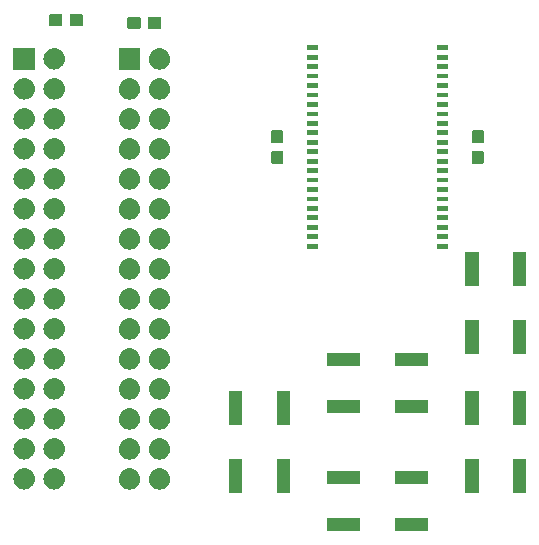
<source format=gbr>
G04 #@! TF.GenerationSoftware,KiCad,Pcbnew,5.0.2-bee76a0~70~ubuntu18.04.1*
G04 #@! TF.CreationDate,2019-04-04T22:51:14+01:00*
G04 #@! TF.ProjectId,sram_dev_board,7372616d-5f64-4657-965f-626f6172642e,rev?*
G04 #@! TF.SameCoordinates,Original*
G04 #@! TF.FileFunction,Soldermask,Top*
G04 #@! TF.FilePolarity,Negative*
%FSLAX46Y46*%
G04 Gerber Fmt 4.6, Leading zero omitted, Abs format (unit mm)*
G04 Created by KiCad (PCBNEW 5.0.2-bee76a0~70~ubuntu18.04.1) date Thu 04 Apr 2019 22:51:14 BST*
%MOMM*%
%LPD*%
G01*
G04 APERTURE LIST*
%ADD10C,0.100000*%
G04 APERTURE END LIST*
D10*
G36*
X159306000Y-122551000D02*
X156454000Y-122551000D01*
X156454000Y-121449000D01*
X159306000Y-121449000D01*
X159306000Y-122551000D01*
X159306000Y-122551000D01*
G37*
G36*
X153546000Y-122551000D02*
X150694000Y-122551000D01*
X150694000Y-121449000D01*
X153546000Y-121449000D01*
X153546000Y-122551000D01*
X153546000Y-122551000D01*
G37*
G36*
X163551000Y-119306000D02*
X162449000Y-119306000D01*
X162449000Y-116454000D01*
X163551000Y-116454000D01*
X163551000Y-119306000D01*
X163551000Y-119306000D01*
G37*
G36*
X167551000Y-119306000D02*
X166449000Y-119306000D01*
X166449000Y-116454000D01*
X167551000Y-116454000D01*
X167551000Y-119306000D01*
X167551000Y-119306000D01*
G37*
G36*
X143551000Y-119306000D02*
X142449000Y-119306000D01*
X142449000Y-116454000D01*
X143551000Y-116454000D01*
X143551000Y-119306000D01*
X143551000Y-119306000D01*
G37*
G36*
X147551000Y-119306000D02*
X146449000Y-119306000D01*
X146449000Y-116454000D01*
X147551000Y-116454000D01*
X147551000Y-119306000D01*
X147551000Y-119306000D01*
G37*
G36*
X125190443Y-117205519D02*
X125256627Y-117212037D01*
X125369853Y-117246384D01*
X125426467Y-117263557D01*
X125565087Y-117337652D01*
X125582991Y-117347222D01*
X125618729Y-117376552D01*
X125720186Y-117459814D01*
X125803448Y-117561271D01*
X125832778Y-117597009D01*
X125832779Y-117597011D01*
X125916443Y-117753533D01*
X125916443Y-117753534D01*
X125967963Y-117923373D01*
X125985359Y-118100000D01*
X125967963Y-118276627D01*
X125933616Y-118389853D01*
X125916443Y-118446467D01*
X125860568Y-118551000D01*
X125832778Y-118602991D01*
X125803448Y-118638729D01*
X125720186Y-118740186D01*
X125618729Y-118823448D01*
X125582991Y-118852778D01*
X125582989Y-118852779D01*
X125426467Y-118936443D01*
X125369853Y-118953616D01*
X125256627Y-118987963D01*
X125190442Y-118994482D01*
X125124260Y-119001000D01*
X125035740Y-119001000D01*
X124969558Y-118994482D01*
X124903373Y-118987963D01*
X124790147Y-118953616D01*
X124733533Y-118936443D01*
X124577011Y-118852779D01*
X124577009Y-118852778D01*
X124541271Y-118823448D01*
X124439814Y-118740186D01*
X124356552Y-118638729D01*
X124327222Y-118602991D01*
X124299432Y-118551000D01*
X124243557Y-118446467D01*
X124226384Y-118389853D01*
X124192037Y-118276627D01*
X124174641Y-118100000D01*
X124192037Y-117923373D01*
X124243557Y-117753534D01*
X124243557Y-117753533D01*
X124327221Y-117597011D01*
X124327222Y-117597009D01*
X124356552Y-117561271D01*
X124439814Y-117459814D01*
X124541271Y-117376552D01*
X124577009Y-117347222D01*
X124594913Y-117337652D01*
X124733533Y-117263557D01*
X124790147Y-117246384D01*
X124903373Y-117212037D01*
X124969557Y-117205519D01*
X125035740Y-117199000D01*
X125124260Y-117199000D01*
X125190443Y-117205519D01*
X125190443Y-117205519D01*
G37*
G36*
X127730443Y-117205519D02*
X127796627Y-117212037D01*
X127909853Y-117246384D01*
X127966467Y-117263557D01*
X128105087Y-117337652D01*
X128122991Y-117347222D01*
X128158729Y-117376552D01*
X128260186Y-117459814D01*
X128343448Y-117561271D01*
X128372778Y-117597009D01*
X128372779Y-117597011D01*
X128456443Y-117753533D01*
X128456443Y-117753534D01*
X128507963Y-117923373D01*
X128525359Y-118100000D01*
X128507963Y-118276627D01*
X128473616Y-118389853D01*
X128456443Y-118446467D01*
X128400568Y-118551000D01*
X128372778Y-118602991D01*
X128343448Y-118638729D01*
X128260186Y-118740186D01*
X128158729Y-118823448D01*
X128122991Y-118852778D01*
X128122989Y-118852779D01*
X127966467Y-118936443D01*
X127909853Y-118953616D01*
X127796627Y-118987963D01*
X127730442Y-118994482D01*
X127664260Y-119001000D01*
X127575740Y-119001000D01*
X127509558Y-118994482D01*
X127443373Y-118987963D01*
X127330147Y-118953616D01*
X127273533Y-118936443D01*
X127117011Y-118852779D01*
X127117009Y-118852778D01*
X127081271Y-118823448D01*
X126979814Y-118740186D01*
X126896552Y-118638729D01*
X126867222Y-118602991D01*
X126839432Y-118551000D01*
X126783557Y-118446467D01*
X126766384Y-118389853D01*
X126732037Y-118276627D01*
X126714641Y-118100000D01*
X126732037Y-117923373D01*
X126783557Y-117753534D01*
X126783557Y-117753533D01*
X126867221Y-117597011D01*
X126867222Y-117597009D01*
X126896552Y-117561271D01*
X126979814Y-117459814D01*
X127081271Y-117376552D01*
X127117009Y-117347222D01*
X127134913Y-117337652D01*
X127273533Y-117263557D01*
X127330147Y-117246384D01*
X127443373Y-117212037D01*
X127509557Y-117205519D01*
X127575740Y-117199000D01*
X127664260Y-117199000D01*
X127730443Y-117205519D01*
X127730443Y-117205519D01*
G37*
G36*
X136650443Y-117205519D02*
X136716627Y-117212037D01*
X136829853Y-117246384D01*
X136886467Y-117263557D01*
X137025087Y-117337652D01*
X137042991Y-117347222D01*
X137078729Y-117376552D01*
X137180186Y-117459814D01*
X137263448Y-117561271D01*
X137292778Y-117597009D01*
X137292779Y-117597011D01*
X137376443Y-117753533D01*
X137376443Y-117753534D01*
X137427963Y-117923373D01*
X137445359Y-118100000D01*
X137427963Y-118276627D01*
X137393616Y-118389853D01*
X137376443Y-118446467D01*
X137320568Y-118551000D01*
X137292778Y-118602991D01*
X137263448Y-118638729D01*
X137180186Y-118740186D01*
X137078729Y-118823448D01*
X137042991Y-118852778D01*
X137042989Y-118852779D01*
X136886467Y-118936443D01*
X136829853Y-118953616D01*
X136716627Y-118987963D01*
X136650442Y-118994482D01*
X136584260Y-119001000D01*
X136495740Y-119001000D01*
X136429558Y-118994482D01*
X136363373Y-118987963D01*
X136250147Y-118953616D01*
X136193533Y-118936443D01*
X136037011Y-118852779D01*
X136037009Y-118852778D01*
X136001271Y-118823448D01*
X135899814Y-118740186D01*
X135816552Y-118638729D01*
X135787222Y-118602991D01*
X135759432Y-118551000D01*
X135703557Y-118446467D01*
X135686384Y-118389853D01*
X135652037Y-118276627D01*
X135634641Y-118100000D01*
X135652037Y-117923373D01*
X135703557Y-117753534D01*
X135703557Y-117753533D01*
X135787221Y-117597011D01*
X135787222Y-117597009D01*
X135816552Y-117561271D01*
X135899814Y-117459814D01*
X136001271Y-117376552D01*
X136037009Y-117347222D01*
X136054913Y-117337652D01*
X136193533Y-117263557D01*
X136250147Y-117246384D01*
X136363373Y-117212037D01*
X136429557Y-117205519D01*
X136495740Y-117199000D01*
X136584260Y-117199000D01*
X136650443Y-117205519D01*
X136650443Y-117205519D01*
G37*
G36*
X134110443Y-117205519D02*
X134176627Y-117212037D01*
X134289853Y-117246384D01*
X134346467Y-117263557D01*
X134485087Y-117337652D01*
X134502991Y-117347222D01*
X134538729Y-117376552D01*
X134640186Y-117459814D01*
X134723448Y-117561271D01*
X134752778Y-117597009D01*
X134752779Y-117597011D01*
X134836443Y-117753533D01*
X134836443Y-117753534D01*
X134887963Y-117923373D01*
X134905359Y-118100000D01*
X134887963Y-118276627D01*
X134853616Y-118389853D01*
X134836443Y-118446467D01*
X134780568Y-118551000D01*
X134752778Y-118602991D01*
X134723448Y-118638729D01*
X134640186Y-118740186D01*
X134538729Y-118823448D01*
X134502991Y-118852778D01*
X134502989Y-118852779D01*
X134346467Y-118936443D01*
X134289853Y-118953616D01*
X134176627Y-118987963D01*
X134110442Y-118994482D01*
X134044260Y-119001000D01*
X133955740Y-119001000D01*
X133889558Y-118994482D01*
X133823373Y-118987963D01*
X133710147Y-118953616D01*
X133653533Y-118936443D01*
X133497011Y-118852779D01*
X133497009Y-118852778D01*
X133461271Y-118823448D01*
X133359814Y-118740186D01*
X133276552Y-118638729D01*
X133247222Y-118602991D01*
X133219432Y-118551000D01*
X133163557Y-118446467D01*
X133146384Y-118389853D01*
X133112037Y-118276627D01*
X133094641Y-118100000D01*
X133112037Y-117923373D01*
X133163557Y-117753534D01*
X133163557Y-117753533D01*
X133247221Y-117597011D01*
X133247222Y-117597009D01*
X133276552Y-117561271D01*
X133359814Y-117459814D01*
X133461271Y-117376552D01*
X133497009Y-117347222D01*
X133514913Y-117337652D01*
X133653533Y-117263557D01*
X133710147Y-117246384D01*
X133823373Y-117212037D01*
X133889557Y-117205519D01*
X133955740Y-117199000D01*
X134044260Y-117199000D01*
X134110443Y-117205519D01*
X134110443Y-117205519D01*
G37*
G36*
X159306000Y-118551000D02*
X156454000Y-118551000D01*
X156454000Y-117449000D01*
X159306000Y-117449000D01*
X159306000Y-118551000D01*
X159306000Y-118551000D01*
G37*
G36*
X153546000Y-118551000D02*
X150694000Y-118551000D01*
X150694000Y-117449000D01*
X153546000Y-117449000D01*
X153546000Y-118551000D01*
X153546000Y-118551000D01*
G37*
G36*
X136650443Y-114665519D02*
X136716627Y-114672037D01*
X136829853Y-114706384D01*
X136886467Y-114723557D01*
X137025087Y-114797652D01*
X137042991Y-114807222D01*
X137078729Y-114836552D01*
X137180186Y-114919814D01*
X137263448Y-115021271D01*
X137292778Y-115057009D01*
X137292779Y-115057011D01*
X137376443Y-115213533D01*
X137376443Y-115213534D01*
X137427963Y-115383373D01*
X137445359Y-115560000D01*
X137427963Y-115736627D01*
X137393616Y-115849853D01*
X137376443Y-115906467D01*
X137302348Y-116045087D01*
X137292778Y-116062991D01*
X137263448Y-116098729D01*
X137180186Y-116200186D01*
X137078729Y-116283448D01*
X137042991Y-116312778D01*
X137042989Y-116312779D01*
X136886467Y-116396443D01*
X136829853Y-116413616D01*
X136716627Y-116447963D01*
X136655331Y-116454000D01*
X136584260Y-116461000D01*
X136495740Y-116461000D01*
X136424669Y-116454000D01*
X136363373Y-116447963D01*
X136250147Y-116413616D01*
X136193533Y-116396443D01*
X136037011Y-116312779D01*
X136037009Y-116312778D01*
X136001271Y-116283448D01*
X135899814Y-116200186D01*
X135816552Y-116098729D01*
X135787222Y-116062991D01*
X135777652Y-116045087D01*
X135703557Y-115906467D01*
X135686384Y-115849853D01*
X135652037Y-115736627D01*
X135634641Y-115560000D01*
X135652037Y-115383373D01*
X135703557Y-115213534D01*
X135703557Y-115213533D01*
X135787221Y-115057011D01*
X135787222Y-115057009D01*
X135816552Y-115021271D01*
X135899814Y-114919814D01*
X136001271Y-114836552D01*
X136037009Y-114807222D01*
X136054913Y-114797652D01*
X136193533Y-114723557D01*
X136250147Y-114706384D01*
X136363373Y-114672037D01*
X136429557Y-114665519D01*
X136495740Y-114659000D01*
X136584260Y-114659000D01*
X136650443Y-114665519D01*
X136650443Y-114665519D01*
G37*
G36*
X127730443Y-114665519D02*
X127796627Y-114672037D01*
X127909853Y-114706384D01*
X127966467Y-114723557D01*
X128105087Y-114797652D01*
X128122991Y-114807222D01*
X128158729Y-114836552D01*
X128260186Y-114919814D01*
X128343448Y-115021271D01*
X128372778Y-115057009D01*
X128372779Y-115057011D01*
X128456443Y-115213533D01*
X128456443Y-115213534D01*
X128507963Y-115383373D01*
X128525359Y-115560000D01*
X128507963Y-115736627D01*
X128473616Y-115849853D01*
X128456443Y-115906467D01*
X128382348Y-116045087D01*
X128372778Y-116062991D01*
X128343448Y-116098729D01*
X128260186Y-116200186D01*
X128158729Y-116283448D01*
X128122991Y-116312778D01*
X128122989Y-116312779D01*
X127966467Y-116396443D01*
X127909853Y-116413616D01*
X127796627Y-116447963D01*
X127735331Y-116454000D01*
X127664260Y-116461000D01*
X127575740Y-116461000D01*
X127504669Y-116454000D01*
X127443373Y-116447963D01*
X127330147Y-116413616D01*
X127273533Y-116396443D01*
X127117011Y-116312779D01*
X127117009Y-116312778D01*
X127081271Y-116283448D01*
X126979814Y-116200186D01*
X126896552Y-116098729D01*
X126867222Y-116062991D01*
X126857652Y-116045087D01*
X126783557Y-115906467D01*
X126766384Y-115849853D01*
X126732037Y-115736627D01*
X126714641Y-115560000D01*
X126732037Y-115383373D01*
X126783557Y-115213534D01*
X126783557Y-115213533D01*
X126867221Y-115057011D01*
X126867222Y-115057009D01*
X126896552Y-115021271D01*
X126979814Y-114919814D01*
X127081271Y-114836552D01*
X127117009Y-114807222D01*
X127134913Y-114797652D01*
X127273533Y-114723557D01*
X127330147Y-114706384D01*
X127443373Y-114672037D01*
X127509557Y-114665519D01*
X127575740Y-114659000D01*
X127664260Y-114659000D01*
X127730443Y-114665519D01*
X127730443Y-114665519D01*
G37*
G36*
X125190443Y-114665519D02*
X125256627Y-114672037D01*
X125369853Y-114706384D01*
X125426467Y-114723557D01*
X125565087Y-114797652D01*
X125582991Y-114807222D01*
X125618729Y-114836552D01*
X125720186Y-114919814D01*
X125803448Y-115021271D01*
X125832778Y-115057009D01*
X125832779Y-115057011D01*
X125916443Y-115213533D01*
X125916443Y-115213534D01*
X125967963Y-115383373D01*
X125985359Y-115560000D01*
X125967963Y-115736627D01*
X125933616Y-115849853D01*
X125916443Y-115906467D01*
X125842348Y-116045087D01*
X125832778Y-116062991D01*
X125803448Y-116098729D01*
X125720186Y-116200186D01*
X125618729Y-116283448D01*
X125582991Y-116312778D01*
X125582989Y-116312779D01*
X125426467Y-116396443D01*
X125369853Y-116413616D01*
X125256627Y-116447963D01*
X125195331Y-116454000D01*
X125124260Y-116461000D01*
X125035740Y-116461000D01*
X124964669Y-116454000D01*
X124903373Y-116447963D01*
X124790147Y-116413616D01*
X124733533Y-116396443D01*
X124577011Y-116312779D01*
X124577009Y-116312778D01*
X124541271Y-116283448D01*
X124439814Y-116200186D01*
X124356552Y-116098729D01*
X124327222Y-116062991D01*
X124317652Y-116045087D01*
X124243557Y-115906467D01*
X124226384Y-115849853D01*
X124192037Y-115736627D01*
X124174641Y-115560000D01*
X124192037Y-115383373D01*
X124243557Y-115213534D01*
X124243557Y-115213533D01*
X124327221Y-115057011D01*
X124327222Y-115057009D01*
X124356552Y-115021271D01*
X124439814Y-114919814D01*
X124541271Y-114836552D01*
X124577009Y-114807222D01*
X124594913Y-114797652D01*
X124733533Y-114723557D01*
X124790147Y-114706384D01*
X124903373Y-114672037D01*
X124969557Y-114665519D01*
X125035740Y-114659000D01*
X125124260Y-114659000D01*
X125190443Y-114665519D01*
X125190443Y-114665519D01*
G37*
G36*
X134110443Y-114665519D02*
X134176627Y-114672037D01*
X134289853Y-114706384D01*
X134346467Y-114723557D01*
X134485087Y-114797652D01*
X134502991Y-114807222D01*
X134538729Y-114836552D01*
X134640186Y-114919814D01*
X134723448Y-115021271D01*
X134752778Y-115057009D01*
X134752779Y-115057011D01*
X134836443Y-115213533D01*
X134836443Y-115213534D01*
X134887963Y-115383373D01*
X134905359Y-115560000D01*
X134887963Y-115736627D01*
X134853616Y-115849853D01*
X134836443Y-115906467D01*
X134762348Y-116045087D01*
X134752778Y-116062991D01*
X134723448Y-116098729D01*
X134640186Y-116200186D01*
X134538729Y-116283448D01*
X134502991Y-116312778D01*
X134502989Y-116312779D01*
X134346467Y-116396443D01*
X134289853Y-116413616D01*
X134176627Y-116447963D01*
X134115331Y-116454000D01*
X134044260Y-116461000D01*
X133955740Y-116461000D01*
X133884669Y-116454000D01*
X133823373Y-116447963D01*
X133710147Y-116413616D01*
X133653533Y-116396443D01*
X133497011Y-116312779D01*
X133497009Y-116312778D01*
X133461271Y-116283448D01*
X133359814Y-116200186D01*
X133276552Y-116098729D01*
X133247222Y-116062991D01*
X133237652Y-116045087D01*
X133163557Y-115906467D01*
X133146384Y-115849853D01*
X133112037Y-115736627D01*
X133094641Y-115560000D01*
X133112037Y-115383373D01*
X133163557Y-115213534D01*
X133163557Y-115213533D01*
X133247221Y-115057011D01*
X133247222Y-115057009D01*
X133276552Y-115021271D01*
X133359814Y-114919814D01*
X133461271Y-114836552D01*
X133497009Y-114807222D01*
X133514913Y-114797652D01*
X133653533Y-114723557D01*
X133710147Y-114706384D01*
X133823373Y-114672037D01*
X133889557Y-114665519D01*
X133955740Y-114659000D01*
X134044260Y-114659000D01*
X134110443Y-114665519D01*
X134110443Y-114665519D01*
G37*
G36*
X134110442Y-112125518D02*
X134176627Y-112132037D01*
X134289853Y-112166384D01*
X134346467Y-112183557D01*
X134485087Y-112257652D01*
X134502991Y-112267222D01*
X134538729Y-112296552D01*
X134640186Y-112379814D01*
X134723448Y-112481271D01*
X134752778Y-112517009D01*
X134752779Y-112517011D01*
X134836443Y-112673533D01*
X134836443Y-112673534D01*
X134887963Y-112843373D01*
X134905359Y-113020000D01*
X134887963Y-113196627D01*
X134853616Y-113309853D01*
X134836443Y-113366467D01*
X134762348Y-113505087D01*
X134752778Y-113522991D01*
X134733895Y-113546000D01*
X134640186Y-113660186D01*
X134538729Y-113743448D01*
X134502991Y-113772778D01*
X134502989Y-113772779D01*
X134346467Y-113856443D01*
X134289853Y-113873616D01*
X134176627Y-113907963D01*
X134110443Y-113914481D01*
X134044260Y-113921000D01*
X133955740Y-113921000D01*
X133889557Y-113914481D01*
X133823373Y-113907963D01*
X133710147Y-113873616D01*
X133653533Y-113856443D01*
X133497011Y-113772779D01*
X133497009Y-113772778D01*
X133461271Y-113743448D01*
X133359814Y-113660186D01*
X133266105Y-113546000D01*
X133247222Y-113522991D01*
X133237652Y-113505087D01*
X133163557Y-113366467D01*
X133146384Y-113309853D01*
X133112037Y-113196627D01*
X133094641Y-113020000D01*
X133112037Y-112843373D01*
X133163557Y-112673534D01*
X133163557Y-112673533D01*
X133247221Y-112517011D01*
X133247222Y-112517009D01*
X133276552Y-112481271D01*
X133359814Y-112379814D01*
X133461271Y-112296552D01*
X133497009Y-112267222D01*
X133514913Y-112257652D01*
X133653533Y-112183557D01*
X133710147Y-112166384D01*
X133823373Y-112132037D01*
X133889558Y-112125518D01*
X133955740Y-112119000D01*
X134044260Y-112119000D01*
X134110442Y-112125518D01*
X134110442Y-112125518D01*
G37*
G36*
X136650442Y-112125518D02*
X136716627Y-112132037D01*
X136829853Y-112166384D01*
X136886467Y-112183557D01*
X137025087Y-112257652D01*
X137042991Y-112267222D01*
X137078729Y-112296552D01*
X137180186Y-112379814D01*
X137263448Y-112481271D01*
X137292778Y-112517009D01*
X137292779Y-112517011D01*
X137376443Y-112673533D01*
X137376443Y-112673534D01*
X137427963Y-112843373D01*
X137445359Y-113020000D01*
X137427963Y-113196627D01*
X137393616Y-113309853D01*
X137376443Y-113366467D01*
X137302348Y-113505087D01*
X137292778Y-113522991D01*
X137273895Y-113546000D01*
X137180186Y-113660186D01*
X137078729Y-113743448D01*
X137042991Y-113772778D01*
X137042989Y-113772779D01*
X136886467Y-113856443D01*
X136829853Y-113873616D01*
X136716627Y-113907963D01*
X136650443Y-113914481D01*
X136584260Y-113921000D01*
X136495740Y-113921000D01*
X136429557Y-113914481D01*
X136363373Y-113907963D01*
X136250147Y-113873616D01*
X136193533Y-113856443D01*
X136037011Y-113772779D01*
X136037009Y-113772778D01*
X136001271Y-113743448D01*
X135899814Y-113660186D01*
X135806105Y-113546000D01*
X135787222Y-113522991D01*
X135777652Y-113505087D01*
X135703557Y-113366467D01*
X135686384Y-113309853D01*
X135652037Y-113196627D01*
X135634641Y-113020000D01*
X135652037Y-112843373D01*
X135703557Y-112673534D01*
X135703557Y-112673533D01*
X135787221Y-112517011D01*
X135787222Y-112517009D01*
X135816552Y-112481271D01*
X135899814Y-112379814D01*
X136001271Y-112296552D01*
X136037009Y-112267222D01*
X136054913Y-112257652D01*
X136193533Y-112183557D01*
X136250147Y-112166384D01*
X136363373Y-112132037D01*
X136429558Y-112125518D01*
X136495740Y-112119000D01*
X136584260Y-112119000D01*
X136650442Y-112125518D01*
X136650442Y-112125518D01*
G37*
G36*
X125190442Y-112125518D02*
X125256627Y-112132037D01*
X125369853Y-112166384D01*
X125426467Y-112183557D01*
X125565087Y-112257652D01*
X125582991Y-112267222D01*
X125618729Y-112296552D01*
X125720186Y-112379814D01*
X125803448Y-112481271D01*
X125832778Y-112517009D01*
X125832779Y-112517011D01*
X125916443Y-112673533D01*
X125916443Y-112673534D01*
X125967963Y-112843373D01*
X125985359Y-113020000D01*
X125967963Y-113196627D01*
X125933616Y-113309853D01*
X125916443Y-113366467D01*
X125842348Y-113505087D01*
X125832778Y-113522991D01*
X125813895Y-113546000D01*
X125720186Y-113660186D01*
X125618729Y-113743448D01*
X125582991Y-113772778D01*
X125582989Y-113772779D01*
X125426467Y-113856443D01*
X125369853Y-113873616D01*
X125256627Y-113907963D01*
X125190443Y-113914481D01*
X125124260Y-113921000D01*
X125035740Y-113921000D01*
X124969557Y-113914481D01*
X124903373Y-113907963D01*
X124790147Y-113873616D01*
X124733533Y-113856443D01*
X124577011Y-113772779D01*
X124577009Y-113772778D01*
X124541271Y-113743448D01*
X124439814Y-113660186D01*
X124346105Y-113546000D01*
X124327222Y-113522991D01*
X124317652Y-113505087D01*
X124243557Y-113366467D01*
X124226384Y-113309853D01*
X124192037Y-113196627D01*
X124174641Y-113020000D01*
X124192037Y-112843373D01*
X124243557Y-112673534D01*
X124243557Y-112673533D01*
X124327221Y-112517011D01*
X124327222Y-112517009D01*
X124356552Y-112481271D01*
X124439814Y-112379814D01*
X124541271Y-112296552D01*
X124577009Y-112267222D01*
X124594913Y-112257652D01*
X124733533Y-112183557D01*
X124790147Y-112166384D01*
X124903373Y-112132037D01*
X124969558Y-112125518D01*
X125035740Y-112119000D01*
X125124260Y-112119000D01*
X125190442Y-112125518D01*
X125190442Y-112125518D01*
G37*
G36*
X127730442Y-112125518D02*
X127796627Y-112132037D01*
X127909853Y-112166384D01*
X127966467Y-112183557D01*
X128105087Y-112257652D01*
X128122991Y-112267222D01*
X128158729Y-112296552D01*
X128260186Y-112379814D01*
X128343448Y-112481271D01*
X128372778Y-112517009D01*
X128372779Y-112517011D01*
X128456443Y-112673533D01*
X128456443Y-112673534D01*
X128507963Y-112843373D01*
X128525359Y-113020000D01*
X128507963Y-113196627D01*
X128473616Y-113309853D01*
X128456443Y-113366467D01*
X128382348Y-113505087D01*
X128372778Y-113522991D01*
X128353895Y-113546000D01*
X128260186Y-113660186D01*
X128158729Y-113743448D01*
X128122991Y-113772778D01*
X128122989Y-113772779D01*
X127966467Y-113856443D01*
X127909853Y-113873616D01*
X127796627Y-113907963D01*
X127730443Y-113914481D01*
X127664260Y-113921000D01*
X127575740Y-113921000D01*
X127509557Y-113914481D01*
X127443373Y-113907963D01*
X127330147Y-113873616D01*
X127273533Y-113856443D01*
X127117011Y-113772779D01*
X127117009Y-113772778D01*
X127081271Y-113743448D01*
X126979814Y-113660186D01*
X126886105Y-113546000D01*
X126867222Y-113522991D01*
X126857652Y-113505087D01*
X126783557Y-113366467D01*
X126766384Y-113309853D01*
X126732037Y-113196627D01*
X126714641Y-113020000D01*
X126732037Y-112843373D01*
X126783557Y-112673534D01*
X126783557Y-112673533D01*
X126867221Y-112517011D01*
X126867222Y-112517009D01*
X126896552Y-112481271D01*
X126979814Y-112379814D01*
X127081271Y-112296552D01*
X127117009Y-112267222D01*
X127134913Y-112257652D01*
X127273533Y-112183557D01*
X127330147Y-112166384D01*
X127443373Y-112132037D01*
X127509558Y-112125518D01*
X127575740Y-112119000D01*
X127664260Y-112119000D01*
X127730442Y-112125518D01*
X127730442Y-112125518D01*
G37*
G36*
X167551000Y-113546000D02*
X166449000Y-113546000D01*
X166449000Y-110694000D01*
X167551000Y-110694000D01*
X167551000Y-113546000D01*
X167551000Y-113546000D01*
G37*
G36*
X143551000Y-113546000D02*
X142449000Y-113546000D01*
X142449000Y-110694000D01*
X143551000Y-110694000D01*
X143551000Y-113546000D01*
X143551000Y-113546000D01*
G37*
G36*
X163551000Y-113546000D02*
X162449000Y-113546000D01*
X162449000Y-110694000D01*
X163551000Y-110694000D01*
X163551000Y-113546000D01*
X163551000Y-113546000D01*
G37*
G36*
X147551000Y-113546000D02*
X146449000Y-113546000D01*
X146449000Y-110694000D01*
X147551000Y-110694000D01*
X147551000Y-113546000D01*
X147551000Y-113546000D01*
G37*
G36*
X159306000Y-112551000D02*
X156454000Y-112551000D01*
X156454000Y-111449000D01*
X159306000Y-111449000D01*
X159306000Y-112551000D01*
X159306000Y-112551000D01*
G37*
G36*
X153546000Y-112551000D02*
X150694000Y-112551000D01*
X150694000Y-111449000D01*
X153546000Y-111449000D01*
X153546000Y-112551000D01*
X153546000Y-112551000D01*
G37*
G36*
X136650443Y-109585519D02*
X136716627Y-109592037D01*
X136829853Y-109626384D01*
X136886467Y-109643557D01*
X137025087Y-109717652D01*
X137042991Y-109727222D01*
X137078729Y-109756552D01*
X137180186Y-109839814D01*
X137263448Y-109941271D01*
X137292778Y-109977009D01*
X137292779Y-109977011D01*
X137376443Y-110133533D01*
X137376443Y-110133534D01*
X137427963Y-110303373D01*
X137445359Y-110480000D01*
X137427963Y-110656627D01*
X137416626Y-110694000D01*
X137376443Y-110826467D01*
X137302348Y-110965087D01*
X137292778Y-110982991D01*
X137263448Y-111018729D01*
X137180186Y-111120186D01*
X137078729Y-111203448D01*
X137042991Y-111232778D01*
X137042989Y-111232779D01*
X136886467Y-111316443D01*
X136829853Y-111333616D01*
X136716627Y-111367963D01*
X136650443Y-111374481D01*
X136584260Y-111381000D01*
X136495740Y-111381000D01*
X136429557Y-111374481D01*
X136363373Y-111367963D01*
X136250147Y-111333616D01*
X136193533Y-111316443D01*
X136037011Y-111232779D01*
X136037009Y-111232778D01*
X136001271Y-111203448D01*
X135899814Y-111120186D01*
X135816552Y-111018729D01*
X135787222Y-110982991D01*
X135777652Y-110965087D01*
X135703557Y-110826467D01*
X135663374Y-110694000D01*
X135652037Y-110656627D01*
X135634641Y-110480000D01*
X135652037Y-110303373D01*
X135703557Y-110133534D01*
X135703557Y-110133533D01*
X135787221Y-109977011D01*
X135787222Y-109977009D01*
X135816552Y-109941271D01*
X135899814Y-109839814D01*
X136001271Y-109756552D01*
X136037009Y-109727222D01*
X136054913Y-109717652D01*
X136193533Y-109643557D01*
X136250147Y-109626384D01*
X136363373Y-109592037D01*
X136429557Y-109585519D01*
X136495740Y-109579000D01*
X136584260Y-109579000D01*
X136650443Y-109585519D01*
X136650443Y-109585519D01*
G37*
G36*
X127730443Y-109585519D02*
X127796627Y-109592037D01*
X127909853Y-109626384D01*
X127966467Y-109643557D01*
X128105087Y-109717652D01*
X128122991Y-109727222D01*
X128158729Y-109756552D01*
X128260186Y-109839814D01*
X128343448Y-109941271D01*
X128372778Y-109977009D01*
X128372779Y-109977011D01*
X128456443Y-110133533D01*
X128456443Y-110133534D01*
X128507963Y-110303373D01*
X128525359Y-110480000D01*
X128507963Y-110656627D01*
X128496626Y-110694000D01*
X128456443Y-110826467D01*
X128382348Y-110965087D01*
X128372778Y-110982991D01*
X128343448Y-111018729D01*
X128260186Y-111120186D01*
X128158729Y-111203448D01*
X128122991Y-111232778D01*
X128122989Y-111232779D01*
X127966467Y-111316443D01*
X127909853Y-111333616D01*
X127796627Y-111367963D01*
X127730443Y-111374481D01*
X127664260Y-111381000D01*
X127575740Y-111381000D01*
X127509557Y-111374481D01*
X127443373Y-111367963D01*
X127330147Y-111333616D01*
X127273533Y-111316443D01*
X127117011Y-111232779D01*
X127117009Y-111232778D01*
X127081271Y-111203448D01*
X126979814Y-111120186D01*
X126896552Y-111018729D01*
X126867222Y-110982991D01*
X126857652Y-110965087D01*
X126783557Y-110826467D01*
X126743374Y-110694000D01*
X126732037Y-110656627D01*
X126714641Y-110480000D01*
X126732037Y-110303373D01*
X126783557Y-110133534D01*
X126783557Y-110133533D01*
X126867221Y-109977011D01*
X126867222Y-109977009D01*
X126896552Y-109941271D01*
X126979814Y-109839814D01*
X127081271Y-109756552D01*
X127117009Y-109727222D01*
X127134913Y-109717652D01*
X127273533Y-109643557D01*
X127330147Y-109626384D01*
X127443373Y-109592037D01*
X127509557Y-109585519D01*
X127575740Y-109579000D01*
X127664260Y-109579000D01*
X127730443Y-109585519D01*
X127730443Y-109585519D01*
G37*
G36*
X125190443Y-109585519D02*
X125256627Y-109592037D01*
X125369853Y-109626384D01*
X125426467Y-109643557D01*
X125565087Y-109717652D01*
X125582991Y-109727222D01*
X125618729Y-109756552D01*
X125720186Y-109839814D01*
X125803448Y-109941271D01*
X125832778Y-109977009D01*
X125832779Y-109977011D01*
X125916443Y-110133533D01*
X125916443Y-110133534D01*
X125967963Y-110303373D01*
X125985359Y-110480000D01*
X125967963Y-110656627D01*
X125956626Y-110694000D01*
X125916443Y-110826467D01*
X125842348Y-110965087D01*
X125832778Y-110982991D01*
X125803448Y-111018729D01*
X125720186Y-111120186D01*
X125618729Y-111203448D01*
X125582991Y-111232778D01*
X125582989Y-111232779D01*
X125426467Y-111316443D01*
X125369853Y-111333616D01*
X125256627Y-111367963D01*
X125190443Y-111374481D01*
X125124260Y-111381000D01*
X125035740Y-111381000D01*
X124969557Y-111374481D01*
X124903373Y-111367963D01*
X124790147Y-111333616D01*
X124733533Y-111316443D01*
X124577011Y-111232779D01*
X124577009Y-111232778D01*
X124541271Y-111203448D01*
X124439814Y-111120186D01*
X124356552Y-111018729D01*
X124327222Y-110982991D01*
X124317652Y-110965087D01*
X124243557Y-110826467D01*
X124203374Y-110694000D01*
X124192037Y-110656627D01*
X124174641Y-110480000D01*
X124192037Y-110303373D01*
X124243557Y-110133534D01*
X124243557Y-110133533D01*
X124327221Y-109977011D01*
X124327222Y-109977009D01*
X124356552Y-109941271D01*
X124439814Y-109839814D01*
X124541271Y-109756552D01*
X124577009Y-109727222D01*
X124594913Y-109717652D01*
X124733533Y-109643557D01*
X124790147Y-109626384D01*
X124903373Y-109592037D01*
X124969557Y-109585519D01*
X125035740Y-109579000D01*
X125124260Y-109579000D01*
X125190443Y-109585519D01*
X125190443Y-109585519D01*
G37*
G36*
X134110443Y-109585519D02*
X134176627Y-109592037D01*
X134289853Y-109626384D01*
X134346467Y-109643557D01*
X134485087Y-109717652D01*
X134502991Y-109727222D01*
X134538729Y-109756552D01*
X134640186Y-109839814D01*
X134723448Y-109941271D01*
X134752778Y-109977009D01*
X134752779Y-109977011D01*
X134836443Y-110133533D01*
X134836443Y-110133534D01*
X134887963Y-110303373D01*
X134905359Y-110480000D01*
X134887963Y-110656627D01*
X134876626Y-110694000D01*
X134836443Y-110826467D01*
X134762348Y-110965087D01*
X134752778Y-110982991D01*
X134723448Y-111018729D01*
X134640186Y-111120186D01*
X134538729Y-111203448D01*
X134502991Y-111232778D01*
X134502989Y-111232779D01*
X134346467Y-111316443D01*
X134289853Y-111333616D01*
X134176627Y-111367963D01*
X134110443Y-111374481D01*
X134044260Y-111381000D01*
X133955740Y-111381000D01*
X133889557Y-111374481D01*
X133823373Y-111367963D01*
X133710147Y-111333616D01*
X133653533Y-111316443D01*
X133497011Y-111232779D01*
X133497009Y-111232778D01*
X133461271Y-111203448D01*
X133359814Y-111120186D01*
X133276552Y-111018729D01*
X133247222Y-110982991D01*
X133237652Y-110965087D01*
X133163557Y-110826467D01*
X133123374Y-110694000D01*
X133112037Y-110656627D01*
X133094641Y-110480000D01*
X133112037Y-110303373D01*
X133163557Y-110133534D01*
X133163557Y-110133533D01*
X133247221Y-109977011D01*
X133247222Y-109977009D01*
X133276552Y-109941271D01*
X133359814Y-109839814D01*
X133461271Y-109756552D01*
X133497009Y-109727222D01*
X133514913Y-109717652D01*
X133653533Y-109643557D01*
X133710147Y-109626384D01*
X133823373Y-109592037D01*
X133889557Y-109585519D01*
X133955740Y-109579000D01*
X134044260Y-109579000D01*
X134110443Y-109585519D01*
X134110443Y-109585519D01*
G37*
G36*
X136650442Y-107045518D02*
X136716627Y-107052037D01*
X136829853Y-107086384D01*
X136886467Y-107103557D01*
X137025087Y-107177652D01*
X137042991Y-107187222D01*
X137078729Y-107216552D01*
X137180186Y-107299814D01*
X137263448Y-107401271D01*
X137292778Y-107437009D01*
X137292779Y-107437011D01*
X137376443Y-107593533D01*
X137376443Y-107593534D01*
X137427963Y-107763373D01*
X137445359Y-107940000D01*
X137427963Y-108116627D01*
X137393616Y-108229853D01*
X137376443Y-108286467D01*
X137302348Y-108425087D01*
X137292778Y-108442991D01*
X137263448Y-108478729D01*
X137180186Y-108580186D01*
X137078729Y-108663448D01*
X137042991Y-108692778D01*
X137042989Y-108692779D01*
X136886467Y-108776443D01*
X136829853Y-108793616D01*
X136716627Y-108827963D01*
X136650442Y-108834482D01*
X136584260Y-108841000D01*
X136495740Y-108841000D01*
X136429558Y-108834482D01*
X136363373Y-108827963D01*
X136250147Y-108793616D01*
X136193533Y-108776443D01*
X136037011Y-108692779D01*
X136037009Y-108692778D01*
X136001271Y-108663448D01*
X135899814Y-108580186D01*
X135816552Y-108478729D01*
X135787222Y-108442991D01*
X135777652Y-108425087D01*
X135703557Y-108286467D01*
X135686384Y-108229853D01*
X135652037Y-108116627D01*
X135634641Y-107940000D01*
X135652037Y-107763373D01*
X135703557Y-107593534D01*
X135703557Y-107593533D01*
X135787221Y-107437011D01*
X135787222Y-107437009D01*
X135816552Y-107401271D01*
X135899814Y-107299814D01*
X136001271Y-107216552D01*
X136037009Y-107187222D01*
X136054913Y-107177652D01*
X136193533Y-107103557D01*
X136250147Y-107086384D01*
X136363373Y-107052037D01*
X136429558Y-107045518D01*
X136495740Y-107039000D01*
X136584260Y-107039000D01*
X136650442Y-107045518D01*
X136650442Y-107045518D01*
G37*
G36*
X134110442Y-107045518D02*
X134176627Y-107052037D01*
X134289853Y-107086384D01*
X134346467Y-107103557D01*
X134485087Y-107177652D01*
X134502991Y-107187222D01*
X134538729Y-107216552D01*
X134640186Y-107299814D01*
X134723448Y-107401271D01*
X134752778Y-107437009D01*
X134752779Y-107437011D01*
X134836443Y-107593533D01*
X134836443Y-107593534D01*
X134887963Y-107763373D01*
X134905359Y-107940000D01*
X134887963Y-108116627D01*
X134853616Y-108229853D01*
X134836443Y-108286467D01*
X134762348Y-108425087D01*
X134752778Y-108442991D01*
X134723448Y-108478729D01*
X134640186Y-108580186D01*
X134538729Y-108663448D01*
X134502991Y-108692778D01*
X134502989Y-108692779D01*
X134346467Y-108776443D01*
X134289853Y-108793616D01*
X134176627Y-108827963D01*
X134110442Y-108834482D01*
X134044260Y-108841000D01*
X133955740Y-108841000D01*
X133889558Y-108834482D01*
X133823373Y-108827963D01*
X133710147Y-108793616D01*
X133653533Y-108776443D01*
X133497011Y-108692779D01*
X133497009Y-108692778D01*
X133461271Y-108663448D01*
X133359814Y-108580186D01*
X133276552Y-108478729D01*
X133247222Y-108442991D01*
X133237652Y-108425087D01*
X133163557Y-108286467D01*
X133146384Y-108229853D01*
X133112037Y-108116627D01*
X133094641Y-107940000D01*
X133112037Y-107763373D01*
X133163557Y-107593534D01*
X133163557Y-107593533D01*
X133247221Y-107437011D01*
X133247222Y-107437009D01*
X133276552Y-107401271D01*
X133359814Y-107299814D01*
X133461271Y-107216552D01*
X133497009Y-107187222D01*
X133514913Y-107177652D01*
X133653533Y-107103557D01*
X133710147Y-107086384D01*
X133823373Y-107052037D01*
X133889558Y-107045518D01*
X133955740Y-107039000D01*
X134044260Y-107039000D01*
X134110442Y-107045518D01*
X134110442Y-107045518D01*
G37*
G36*
X127730442Y-107045518D02*
X127796627Y-107052037D01*
X127909853Y-107086384D01*
X127966467Y-107103557D01*
X128105087Y-107177652D01*
X128122991Y-107187222D01*
X128158729Y-107216552D01*
X128260186Y-107299814D01*
X128343448Y-107401271D01*
X128372778Y-107437009D01*
X128372779Y-107437011D01*
X128456443Y-107593533D01*
X128456443Y-107593534D01*
X128507963Y-107763373D01*
X128525359Y-107940000D01*
X128507963Y-108116627D01*
X128473616Y-108229853D01*
X128456443Y-108286467D01*
X128382348Y-108425087D01*
X128372778Y-108442991D01*
X128343448Y-108478729D01*
X128260186Y-108580186D01*
X128158729Y-108663448D01*
X128122991Y-108692778D01*
X128122989Y-108692779D01*
X127966467Y-108776443D01*
X127909853Y-108793616D01*
X127796627Y-108827963D01*
X127730442Y-108834482D01*
X127664260Y-108841000D01*
X127575740Y-108841000D01*
X127509558Y-108834482D01*
X127443373Y-108827963D01*
X127330147Y-108793616D01*
X127273533Y-108776443D01*
X127117011Y-108692779D01*
X127117009Y-108692778D01*
X127081271Y-108663448D01*
X126979814Y-108580186D01*
X126896552Y-108478729D01*
X126867222Y-108442991D01*
X126857652Y-108425087D01*
X126783557Y-108286467D01*
X126766384Y-108229853D01*
X126732037Y-108116627D01*
X126714641Y-107940000D01*
X126732037Y-107763373D01*
X126783557Y-107593534D01*
X126783557Y-107593533D01*
X126867221Y-107437011D01*
X126867222Y-107437009D01*
X126896552Y-107401271D01*
X126979814Y-107299814D01*
X127081271Y-107216552D01*
X127117009Y-107187222D01*
X127134913Y-107177652D01*
X127273533Y-107103557D01*
X127330147Y-107086384D01*
X127443373Y-107052037D01*
X127509558Y-107045518D01*
X127575740Y-107039000D01*
X127664260Y-107039000D01*
X127730442Y-107045518D01*
X127730442Y-107045518D01*
G37*
G36*
X125190442Y-107045518D02*
X125256627Y-107052037D01*
X125369853Y-107086384D01*
X125426467Y-107103557D01*
X125565087Y-107177652D01*
X125582991Y-107187222D01*
X125618729Y-107216552D01*
X125720186Y-107299814D01*
X125803448Y-107401271D01*
X125832778Y-107437009D01*
X125832779Y-107437011D01*
X125916443Y-107593533D01*
X125916443Y-107593534D01*
X125967963Y-107763373D01*
X125985359Y-107940000D01*
X125967963Y-108116627D01*
X125933616Y-108229853D01*
X125916443Y-108286467D01*
X125842348Y-108425087D01*
X125832778Y-108442991D01*
X125803448Y-108478729D01*
X125720186Y-108580186D01*
X125618729Y-108663448D01*
X125582991Y-108692778D01*
X125582989Y-108692779D01*
X125426467Y-108776443D01*
X125369853Y-108793616D01*
X125256627Y-108827963D01*
X125190442Y-108834482D01*
X125124260Y-108841000D01*
X125035740Y-108841000D01*
X124969558Y-108834482D01*
X124903373Y-108827963D01*
X124790147Y-108793616D01*
X124733533Y-108776443D01*
X124577011Y-108692779D01*
X124577009Y-108692778D01*
X124541271Y-108663448D01*
X124439814Y-108580186D01*
X124356552Y-108478729D01*
X124327222Y-108442991D01*
X124317652Y-108425087D01*
X124243557Y-108286467D01*
X124226384Y-108229853D01*
X124192037Y-108116627D01*
X124174641Y-107940000D01*
X124192037Y-107763373D01*
X124243557Y-107593534D01*
X124243557Y-107593533D01*
X124327221Y-107437011D01*
X124327222Y-107437009D01*
X124356552Y-107401271D01*
X124439814Y-107299814D01*
X124541271Y-107216552D01*
X124577009Y-107187222D01*
X124594913Y-107177652D01*
X124733533Y-107103557D01*
X124790147Y-107086384D01*
X124903373Y-107052037D01*
X124969558Y-107045518D01*
X125035740Y-107039000D01*
X125124260Y-107039000D01*
X125190442Y-107045518D01*
X125190442Y-107045518D01*
G37*
G36*
X159306000Y-108551000D02*
X156454000Y-108551000D01*
X156454000Y-107449000D01*
X159306000Y-107449000D01*
X159306000Y-108551000D01*
X159306000Y-108551000D01*
G37*
G36*
X153546000Y-108551000D02*
X150694000Y-108551000D01*
X150694000Y-107449000D01*
X153546000Y-107449000D01*
X153546000Y-108551000D01*
X153546000Y-108551000D01*
G37*
G36*
X167551000Y-107506000D02*
X166449000Y-107506000D01*
X166449000Y-104654000D01*
X167551000Y-104654000D01*
X167551000Y-107506000D01*
X167551000Y-107506000D01*
G37*
G36*
X163551000Y-107506000D02*
X162449000Y-107506000D01*
X162449000Y-104654000D01*
X163551000Y-104654000D01*
X163551000Y-107506000D01*
X163551000Y-107506000D01*
G37*
G36*
X136650443Y-104505519D02*
X136716627Y-104512037D01*
X136829853Y-104546384D01*
X136886467Y-104563557D01*
X137025087Y-104637652D01*
X137042991Y-104647222D01*
X137078729Y-104676552D01*
X137180186Y-104759814D01*
X137263448Y-104861271D01*
X137292778Y-104897009D01*
X137292779Y-104897011D01*
X137376443Y-105053533D01*
X137376443Y-105053534D01*
X137427963Y-105223373D01*
X137445359Y-105400000D01*
X137427963Y-105576627D01*
X137393616Y-105689853D01*
X137376443Y-105746467D01*
X137302348Y-105885087D01*
X137292778Y-105902991D01*
X137263448Y-105938729D01*
X137180186Y-106040186D01*
X137078729Y-106123448D01*
X137042991Y-106152778D01*
X137042989Y-106152779D01*
X136886467Y-106236443D01*
X136829853Y-106253616D01*
X136716627Y-106287963D01*
X136650442Y-106294482D01*
X136584260Y-106301000D01*
X136495740Y-106301000D01*
X136429558Y-106294482D01*
X136363373Y-106287963D01*
X136250147Y-106253616D01*
X136193533Y-106236443D01*
X136037011Y-106152779D01*
X136037009Y-106152778D01*
X136001271Y-106123448D01*
X135899814Y-106040186D01*
X135816552Y-105938729D01*
X135787222Y-105902991D01*
X135777652Y-105885087D01*
X135703557Y-105746467D01*
X135686384Y-105689853D01*
X135652037Y-105576627D01*
X135634641Y-105400000D01*
X135652037Y-105223373D01*
X135703557Y-105053534D01*
X135703557Y-105053533D01*
X135787221Y-104897011D01*
X135787222Y-104897009D01*
X135816552Y-104861271D01*
X135899814Y-104759814D01*
X136001271Y-104676552D01*
X136037009Y-104647222D01*
X136054913Y-104637652D01*
X136193533Y-104563557D01*
X136250147Y-104546384D01*
X136363373Y-104512037D01*
X136429557Y-104505519D01*
X136495740Y-104499000D01*
X136584260Y-104499000D01*
X136650443Y-104505519D01*
X136650443Y-104505519D01*
G37*
G36*
X134110443Y-104505519D02*
X134176627Y-104512037D01*
X134289853Y-104546384D01*
X134346467Y-104563557D01*
X134485087Y-104637652D01*
X134502991Y-104647222D01*
X134538729Y-104676552D01*
X134640186Y-104759814D01*
X134723448Y-104861271D01*
X134752778Y-104897009D01*
X134752779Y-104897011D01*
X134836443Y-105053533D01*
X134836443Y-105053534D01*
X134887963Y-105223373D01*
X134905359Y-105400000D01*
X134887963Y-105576627D01*
X134853616Y-105689853D01*
X134836443Y-105746467D01*
X134762348Y-105885087D01*
X134752778Y-105902991D01*
X134723448Y-105938729D01*
X134640186Y-106040186D01*
X134538729Y-106123448D01*
X134502991Y-106152778D01*
X134502989Y-106152779D01*
X134346467Y-106236443D01*
X134289853Y-106253616D01*
X134176627Y-106287963D01*
X134110442Y-106294482D01*
X134044260Y-106301000D01*
X133955740Y-106301000D01*
X133889558Y-106294482D01*
X133823373Y-106287963D01*
X133710147Y-106253616D01*
X133653533Y-106236443D01*
X133497011Y-106152779D01*
X133497009Y-106152778D01*
X133461271Y-106123448D01*
X133359814Y-106040186D01*
X133276552Y-105938729D01*
X133247222Y-105902991D01*
X133237652Y-105885087D01*
X133163557Y-105746467D01*
X133146384Y-105689853D01*
X133112037Y-105576627D01*
X133094641Y-105400000D01*
X133112037Y-105223373D01*
X133163557Y-105053534D01*
X133163557Y-105053533D01*
X133247221Y-104897011D01*
X133247222Y-104897009D01*
X133276552Y-104861271D01*
X133359814Y-104759814D01*
X133461271Y-104676552D01*
X133497009Y-104647222D01*
X133514913Y-104637652D01*
X133653533Y-104563557D01*
X133710147Y-104546384D01*
X133823373Y-104512037D01*
X133889557Y-104505519D01*
X133955740Y-104499000D01*
X134044260Y-104499000D01*
X134110443Y-104505519D01*
X134110443Y-104505519D01*
G37*
G36*
X125190443Y-104505519D02*
X125256627Y-104512037D01*
X125369853Y-104546384D01*
X125426467Y-104563557D01*
X125565087Y-104637652D01*
X125582991Y-104647222D01*
X125618729Y-104676552D01*
X125720186Y-104759814D01*
X125803448Y-104861271D01*
X125832778Y-104897009D01*
X125832779Y-104897011D01*
X125916443Y-105053533D01*
X125916443Y-105053534D01*
X125967963Y-105223373D01*
X125985359Y-105400000D01*
X125967963Y-105576627D01*
X125933616Y-105689853D01*
X125916443Y-105746467D01*
X125842348Y-105885087D01*
X125832778Y-105902991D01*
X125803448Y-105938729D01*
X125720186Y-106040186D01*
X125618729Y-106123448D01*
X125582991Y-106152778D01*
X125582989Y-106152779D01*
X125426467Y-106236443D01*
X125369853Y-106253616D01*
X125256627Y-106287963D01*
X125190442Y-106294482D01*
X125124260Y-106301000D01*
X125035740Y-106301000D01*
X124969558Y-106294482D01*
X124903373Y-106287963D01*
X124790147Y-106253616D01*
X124733533Y-106236443D01*
X124577011Y-106152779D01*
X124577009Y-106152778D01*
X124541271Y-106123448D01*
X124439814Y-106040186D01*
X124356552Y-105938729D01*
X124327222Y-105902991D01*
X124317652Y-105885087D01*
X124243557Y-105746467D01*
X124226384Y-105689853D01*
X124192037Y-105576627D01*
X124174641Y-105400000D01*
X124192037Y-105223373D01*
X124243557Y-105053534D01*
X124243557Y-105053533D01*
X124327221Y-104897011D01*
X124327222Y-104897009D01*
X124356552Y-104861271D01*
X124439814Y-104759814D01*
X124541271Y-104676552D01*
X124577009Y-104647222D01*
X124594913Y-104637652D01*
X124733533Y-104563557D01*
X124790147Y-104546384D01*
X124903373Y-104512037D01*
X124969557Y-104505519D01*
X125035740Y-104499000D01*
X125124260Y-104499000D01*
X125190443Y-104505519D01*
X125190443Y-104505519D01*
G37*
G36*
X127730443Y-104505519D02*
X127796627Y-104512037D01*
X127909853Y-104546384D01*
X127966467Y-104563557D01*
X128105087Y-104637652D01*
X128122991Y-104647222D01*
X128158729Y-104676552D01*
X128260186Y-104759814D01*
X128343448Y-104861271D01*
X128372778Y-104897009D01*
X128372779Y-104897011D01*
X128456443Y-105053533D01*
X128456443Y-105053534D01*
X128507963Y-105223373D01*
X128525359Y-105400000D01*
X128507963Y-105576627D01*
X128473616Y-105689853D01*
X128456443Y-105746467D01*
X128382348Y-105885087D01*
X128372778Y-105902991D01*
X128343448Y-105938729D01*
X128260186Y-106040186D01*
X128158729Y-106123448D01*
X128122991Y-106152778D01*
X128122989Y-106152779D01*
X127966467Y-106236443D01*
X127909853Y-106253616D01*
X127796627Y-106287963D01*
X127730442Y-106294482D01*
X127664260Y-106301000D01*
X127575740Y-106301000D01*
X127509558Y-106294482D01*
X127443373Y-106287963D01*
X127330147Y-106253616D01*
X127273533Y-106236443D01*
X127117011Y-106152779D01*
X127117009Y-106152778D01*
X127081271Y-106123448D01*
X126979814Y-106040186D01*
X126896552Y-105938729D01*
X126867222Y-105902991D01*
X126857652Y-105885087D01*
X126783557Y-105746467D01*
X126766384Y-105689853D01*
X126732037Y-105576627D01*
X126714641Y-105400000D01*
X126732037Y-105223373D01*
X126783557Y-105053534D01*
X126783557Y-105053533D01*
X126867221Y-104897011D01*
X126867222Y-104897009D01*
X126896552Y-104861271D01*
X126979814Y-104759814D01*
X127081271Y-104676552D01*
X127117009Y-104647222D01*
X127134913Y-104637652D01*
X127273533Y-104563557D01*
X127330147Y-104546384D01*
X127443373Y-104512037D01*
X127509557Y-104505519D01*
X127575740Y-104499000D01*
X127664260Y-104499000D01*
X127730443Y-104505519D01*
X127730443Y-104505519D01*
G37*
G36*
X125190442Y-101965518D02*
X125256627Y-101972037D01*
X125369853Y-102006384D01*
X125426467Y-102023557D01*
X125565087Y-102097652D01*
X125582991Y-102107222D01*
X125618729Y-102136552D01*
X125720186Y-102219814D01*
X125803448Y-102321271D01*
X125832778Y-102357009D01*
X125832779Y-102357011D01*
X125916443Y-102513533D01*
X125916443Y-102513534D01*
X125967963Y-102683373D01*
X125985359Y-102860000D01*
X125967963Y-103036627D01*
X125933616Y-103149853D01*
X125916443Y-103206467D01*
X125842348Y-103345087D01*
X125832778Y-103362991D01*
X125803448Y-103398729D01*
X125720186Y-103500186D01*
X125618729Y-103583448D01*
X125582991Y-103612778D01*
X125582989Y-103612779D01*
X125426467Y-103696443D01*
X125369853Y-103713616D01*
X125256627Y-103747963D01*
X125190442Y-103754482D01*
X125124260Y-103761000D01*
X125035740Y-103761000D01*
X124969558Y-103754482D01*
X124903373Y-103747963D01*
X124790147Y-103713616D01*
X124733533Y-103696443D01*
X124577011Y-103612779D01*
X124577009Y-103612778D01*
X124541271Y-103583448D01*
X124439814Y-103500186D01*
X124356552Y-103398729D01*
X124327222Y-103362991D01*
X124317652Y-103345087D01*
X124243557Y-103206467D01*
X124226384Y-103149853D01*
X124192037Y-103036627D01*
X124174641Y-102860000D01*
X124192037Y-102683373D01*
X124243557Y-102513534D01*
X124243557Y-102513533D01*
X124327221Y-102357011D01*
X124327222Y-102357009D01*
X124356552Y-102321271D01*
X124439814Y-102219814D01*
X124541271Y-102136552D01*
X124577009Y-102107222D01*
X124594913Y-102097652D01*
X124733533Y-102023557D01*
X124790147Y-102006384D01*
X124903373Y-101972037D01*
X124969557Y-101965519D01*
X125035740Y-101959000D01*
X125124260Y-101959000D01*
X125190442Y-101965518D01*
X125190442Y-101965518D01*
G37*
G36*
X127730442Y-101965518D02*
X127796627Y-101972037D01*
X127909853Y-102006384D01*
X127966467Y-102023557D01*
X128105087Y-102097652D01*
X128122991Y-102107222D01*
X128158729Y-102136552D01*
X128260186Y-102219814D01*
X128343448Y-102321271D01*
X128372778Y-102357009D01*
X128372779Y-102357011D01*
X128456443Y-102513533D01*
X128456443Y-102513534D01*
X128507963Y-102683373D01*
X128525359Y-102860000D01*
X128507963Y-103036627D01*
X128473616Y-103149853D01*
X128456443Y-103206467D01*
X128382348Y-103345087D01*
X128372778Y-103362991D01*
X128343448Y-103398729D01*
X128260186Y-103500186D01*
X128158729Y-103583448D01*
X128122991Y-103612778D01*
X128122989Y-103612779D01*
X127966467Y-103696443D01*
X127909853Y-103713616D01*
X127796627Y-103747963D01*
X127730442Y-103754482D01*
X127664260Y-103761000D01*
X127575740Y-103761000D01*
X127509558Y-103754482D01*
X127443373Y-103747963D01*
X127330147Y-103713616D01*
X127273533Y-103696443D01*
X127117011Y-103612779D01*
X127117009Y-103612778D01*
X127081271Y-103583448D01*
X126979814Y-103500186D01*
X126896552Y-103398729D01*
X126867222Y-103362991D01*
X126857652Y-103345087D01*
X126783557Y-103206467D01*
X126766384Y-103149853D01*
X126732037Y-103036627D01*
X126714641Y-102860000D01*
X126732037Y-102683373D01*
X126783557Y-102513534D01*
X126783557Y-102513533D01*
X126867221Y-102357011D01*
X126867222Y-102357009D01*
X126896552Y-102321271D01*
X126979814Y-102219814D01*
X127081271Y-102136552D01*
X127117009Y-102107222D01*
X127134913Y-102097652D01*
X127273533Y-102023557D01*
X127330147Y-102006384D01*
X127443373Y-101972037D01*
X127509557Y-101965519D01*
X127575740Y-101959000D01*
X127664260Y-101959000D01*
X127730442Y-101965518D01*
X127730442Y-101965518D01*
G37*
G36*
X136650442Y-101965518D02*
X136716627Y-101972037D01*
X136829853Y-102006384D01*
X136886467Y-102023557D01*
X137025087Y-102097652D01*
X137042991Y-102107222D01*
X137078729Y-102136552D01*
X137180186Y-102219814D01*
X137263448Y-102321271D01*
X137292778Y-102357009D01*
X137292779Y-102357011D01*
X137376443Y-102513533D01*
X137376443Y-102513534D01*
X137427963Y-102683373D01*
X137445359Y-102860000D01*
X137427963Y-103036627D01*
X137393616Y-103149853D01*
X137376443Y-103206467D01*
X137302348Y-103345087D01*
X137292778Y-103362991D01*
X137263448Y-103398729D01*
X137180186Y-103500186D01*
X137078729Y-103583448D01*
X137042991Y-103612778D01*
X137042989Y-103612779D01*
X136886467Y-103696443D01*
X136829853Y-103713616D01*
X136716627Y-103747963D01*
X136650442Y-103754482D01*
X136584260Y-103761000D01*
X136495740Y-103761000D01*
X136429558Y-103754482D01*
X136363373Y-103747963D01*
X136250147Y-103713616D01*
X136193533Y-103696443D01*
X136037011Y-103612779D01*
X136037009Y-103612778D01*
X136001271Y-103583448D01*
X135899814Y-103500186D01*
X135816552Y-103398729D01*
X135787222Y-103362991D01*
X135777652Y-103345087D01*
X135703557Y-103206467D01*
X135686384Y-103149853D01*
X135652037Y-103036627D01*
X135634641Y-102860000D01*
X135652037Y-102683373D01*
X135703557Y-102513534D01*
X135703557Y-102513533D01*
X135787221Y-102357011D01*
X135787222Y-102357009D01*
X135816552Y-102321271D01*
X135899814Y-102219814D01*
X136001271Y-102136552D01*
X136037009Y-102107222D01*
X136054913Y-102097652D01*
X136193533Y-102023557D01*
X136250147Y-102006384D01*
X136363373Y-101972037D01*
X136429557Y-101965519D01*
X136495740Y-101959000D01*
X136584260Y-101959000D01*
X136650442Y-101965518D01*
X136650442Y-101965518D01*
G37*
G36*
X134110442Y-101965518D02*
X134176627Y-101972037D01*
X134289853Y-102006384D01*
X134346467Y-102023557D01*
X134485087Y-102097652D01*
X134502991Y-102107222D01*
X134538729Y-102136552D01*
X134640186Y-102219814D01*
X134723448Y-102321271D01*
X134752778Y-102357009D01*
X134752779Y-102357011D01*
X134836443Y-102513533D01*
X134836443Y-102513534D01*
X134887963Y-102683373D01*
X134905359Y-102860000D01*
X134887963Y-103036627D01*
X134853616Y-103149853D01*
X134836443Y-103206467D01*
X134762348Y-103345087D01*
X134752778Y-103362991D01*
X134723448Y-103398729D01*
X134640186Y-103500186D01*
X134538729Y-103583448D01*
X134502991Y-103612778D01*
X134502989Y-103612779D01*
X134346467Y-103696443D01*
X134289853Y-103713616D01*
X134176627Y-103747963D01*
X134110442Y-103754482D01*
X134044260Y-103761000D01*
X133955740Y-103761000D01*
X133889558Y-103754482D01*
X133823373Y-103747963D01*
X133710147Y-103713616D01*
X133653533Y-103696443D01*
X133497011Y-103612779D01*
X133497009Y-103612778D01*
X133461271Y-103583448D01*
X133359814Y-103500186D01*
X133276552Y-103398729D01*
X133247222Y-103362991D01*
X133237652Y-103345087D01*
X133163557Y-103206467D01*
X133146384Y-103149853D01*
X133112037Y-103036627D01*
X133094641Y-102860000D01*
X133112037Y-102683373D01*
X133163557Y-102513534D01*
X133163557Y-102513533D01*
X133247221Y-102357011D01*
X133247222Y-102357009D01*
X133276552Y-102321271D01*
X133359814Y-102219814D01*
X133461271Y-102136552D01*
X133497009Y-102107222D01*
X133514913Y-102097652D01*
X133653533Y-102023557D01*
X133710147Y-102006384D01*
X133823373Y-101972037D01*
X133889557Y-101965519D01*
X133955740Y-101959000D01*
X134044260Y-101959000D01*
X134110442Y-101965518D01*
X134110442Y-101965518D01*
G37*
G36*
X167551000Y-101746000D02*
X166449000Y-101746000D01*
X166449000Y-98894000D01*
X167551000Y-98894000D01*
X167551000Y-101746000D01*
X167551000Y-101746000D01*
G37*
G36*
X163551000Y-101746000D02*
X162449000Y-101746000D01*
X162449000Y-98894000D01*
X163551000Y-98894000D01*
X163551000Y-101746000D01*
X163551000Y-101746000D01*
G37*
G36*
X134110443Y-99425519D02*
X134176627Y-99432037D01*
X134289853Y-99466384D01*
X134346467Y-99483557D01*
X134485087Y-99557652D01*
X134502991Y-99567222D01*
X134538729Y-99596552D01*
X134640186Y-99679814D01*
X134723448Y-99781271D01*
X134752778Y-99817009D01*
X134752779Y-99817011D01*
X134836443Y-99973533D01*
X134836443Y-99973534D01*
X134887963Y-100143373D01*
X134905359Y-100320000D01*
X134887963Y-100496627D01*
X134853616Y-100609853D01*
X134836443Y-100666467D01*
X134762348Y-100805087D01*
X134752778Y-100822991D01*
X134723448Y-100858729D01*
X134640186Y-100960186D01*
X134538729Y-101043448D01*
X134502991Y-101072778D01*
X134502989Y-101072779D01*
X134346467Y-101156443D01*
X134289853Y-101173616D01*
X134176627Y-101207963D01*
X134110442Y-101214482D01*
X134044260Y-101221000D01*
X133955740Y-101221000D01*
X133889558Y-101214482D01*
X133823373Y-101207963D01*
X133710147Y-101173616D01*
X133653533Y-101156443D01*
X133497011Y-101072779D01*
X133497009Y-101072778D01*
X133461271Y-101043448D01*
X133359814Y-100960186D01*
X133276552Y-100858729D01*
X133247222Y-100822991D01*
X133237652Y-100805087D01*
X133163557Y-100666467D01*
X133146384Y-100609853D01*
X133112037Y-100496627D01*
X133094641Y-100320000D01*
X133112037Y-100143373D01*
X133163557Y-99973534D01*
X133163557Y-99973533D01*
X133247221Y-99817011D01*
X133247222Y-99817009D01*
X133276552Y-99781271D01*
X133359814Y-99679814D01*
X133461271Y-99596552D01*
X133497009Y-99567222D01*
X133514913Y-99557652D01*
X133653533Y-99483557D01*
X133710147Y-99466384D01*
X133823373Y-99432037D01*
X133889557Y-99425519D01*
X133955740Y-99419000D01*
X134044260Y-99419000D01*
X134110443Y-99425519D01*
X134110443Y-99425519D01*
G37*
G36*
X136650443Y-99425519D02*
X136716627Y-99432037D01*
X136829853Y-99466384D01*
X136886467Y-99483557D01*
X137025087Y-99557652D01*
X137042991Y-99567222D01*
X137078729Y-99596552D01*
X137180186Y-99679814D01*
X137263448Y-99781271D01*
X137292778Y-99817009D01*
X137292779Y-99817011D01*
X137376443Y-99973533D01*
X137376443Y-99973534D01*
X137427963Y-100143373D01*
X137445359Y-100320000D01*
X137427963Y-100496627D01*
X137393616Y-100609853D01*
X137376443Y-100666467D01*
X137302348Y-100805087D01*
X137292778Y-100822991D01*
X137263448Y-100858729D01*
X137180186Y-100960186D01*
X137078729Y-101043448D01*
X137042991Y-101072778D01*
X137042989Y-101072779D01*
X136886467Y-101156443D01*
X136829853Y-101173616D01*
X136716627Y-101207963D01*
X136650442Y-101214482D01*
X136584260Y-101221000D01*
X136495740Y-101221000D01*
X136429558Y-101214482D01*
X136363373Y-101207963D01*
X136250147Y-101173616D01*
X136193533Y-101156443D01*
X136037011Y-101072779D01*
X136037009Y-101072778D01*
X136001271Y-101043448D01*
X135899814Y-100960186D01*
X135816552Y-100858729D01*
X135787222Y-100822991D01*
X135777652Y-100805087D01*
X135703557Y-100666467D01*
X135686384Y-100609853D01*
X135652037Y-100496627D01*
X135634641Y-100320000D01*
X135652037Y-100143373D01*
X135703557Y-99973534D01*
X135703557Y-99973533D01*
X135787221Y-99817011D01*
X135787222Y-99817009D01*
X135816552Y-99781271D01*
X135899814Y-99679814D01*
X136001271Y-99596552D01*
X136037009Y-99567222D01*
X136054913Y-99557652D01*
X136193533Y-99483557D01*
X136250147Y-99466384D01*
X136363373Y-99432037D01*
X136429557Y-99425519D01*
X136495740Y-99419000D01*
X136584260Y-99419000D01*
X136650443Y-99425519D01*
X136650443Y-99425519D01*
G37*
G36*
X127730443Y-99425519D02*
X127796627Y-99432037D01*
X127909853Y-99466384D01*
X127966467Y-99483557D01*
X128105087Y-99557652D01*
X128122991Y-99567222D01*
X128158729Y-99596552D01*
X128260186Y-99679814D01*
X128343448Y-99781271D01*
X128372778Y-99817009D01*
X128372779Y-99817011D01*
X128456443Y-99973533D01*
X128456443Y-99973534D01*
X128507963Y-100143373D01*
X128525359Y-100320000D01*
X128507963Y-100496627D01*
X128473616Y-100609853D01*
X128456443Y-100666467D01*
X128382348Y-100805087D01*
X128372778Y-100822991D01*
X128343448Y-100858729D01*
X128260186Y-100960186D01*
X128158729Y-101043448D01*
X128122991Y-101072778D01*
X128122989Y-101072779D01*
X127966467Y-101156443D01*
X127909853Y-101173616D01*
X127796627Y-101207963D01*
X127730442Y-101214482D01*
X127664260Y-101221000D01*
X127575740Y-101221000D01*
X127509558Y-101214482D01*
X127443373Y-101207963D01*
X127330147Y-101173616D01*
X127273533Y-101156443D01*
X127117011Y-101072779D01*
X127117009Y-101072778D01*
X127081271Y-101043448D01*
X126979814Y-100960186D01*
X126896552Y-100858729D01*
X126867222Y-100822991D01*
X126857652Y-100805087D01*
X126783557Y-100666467D01*
X126766384Y-100609853D01*
X126732037Y-100496627D01*
X126714641Y-100320000D01*
X126732037Y-100143373D01*
X126783557Y-99973534D01*
X126783557Y-99973533D01*
X126867221Y-99817011D01*
X126867222Y-99817009D01*
X126896552Y-99781271D01*
X126979814Y-99679814D01*
X127081271Y-99596552D01*
X127117009Y-99567222D01*
X127134913Y-99557652D01*
X127273533Y-99483557D01*
X127330147Y-99466384D01*
X127443373Y-99432037D01*
X127509557Y-99425519D01*
X127575740Y-99419000D01*
X127664260Y-99419000D01*
X127730443Y-99425519D01*
X127730443Y-99425519D01*
G37*
G36*
X125190443Y-99425519D02*
X125256627Y-99432037D01*
X125369853Y-99466384D01*
X125426467Y-99483557D01*
X125565087Y-99557652D01*
X125582991Y-99567222D01*
X125618729Y-99596552D01*
X125720186Y-99679814D01*
X125803448Y-99781271D01*
X125832778Y-99817009D01*
X125832779Y-99817011D01*
X125916443Y-99973533D01*
X125916443Y-99973534D01*
X125967963Y-100143373D01*
X125985359Y-100320000D01*
X125967963Y-100496627D01*
X125933616Y-100609853D01*
X125916443Y-100666467D01*
X125842348Y-100805087D01*
X125832778Y-100822991D01*
X125803448Y-100858729D01*
X125720186Y-100960186D01*
X125618729Y-101043448D01*
X125582991Y-101072778D01*
X125582989Y-101072779D01*
X125426467Y-101156443D01*
X125369853Y-101173616D01*
X125256627Y-101207963D01*
X125190442Y-101214482D01*
X125124260Y-101221000D01*
X125035740Y-101221000D01*
X124969558Y-101214482D01*
X124903373Y-101207963D01*
X124790147Y-101173616D01*
X124733533Y-101156443D01*
X124577011Y-101072779D01*
X124577009Y-101072778D01*
X124541271Y-101043448D01*
X124439814Y-100960186D01*
X124356552Y-100858729D01*
X124327222Y-100822991D01*
X124317652Y-100805087D01*
X124243557Y-100666467D01*
X124226384Y-100609853D01*
X124192037Y-100496627D01*
X124174641Y-100320000D01*
X124192037Y-100143373D01*
X124243557Y-99973534D01*
X124243557Y-99973533D01*
X124327221Y-99817011D01*
X124327222Y-99817009D01*
X124356552Y-99781271D01*
X124439814Y-99679814D01*
X124541271Y-99596552D01*
X124577009Y-99567222D01*
X124594913Y-99557652D01*
X124733533Y-99483557D01*
X124790147Y-99466384D01*
X124903373Y-99432037D01*
X124969557Y-99425519D01*
X125035740Y-99419000D01*
X125124260Y-99419000D01*
X125190443Y-99425519D01*
X125190443Y-99425519D01*
G37*
G36*
X127730442Y-96885518D02*
X127796627Y-96892037D01*
X127909853Y-96926384D01*
X127966467Y-96943557D01*
X128105087Y-97017652D01*
X128122991Y-97027222D01*
X128158729Y-97056552D01*
X128260186Y-97139814D01*
X128343448Y-97241271D01*
X128372778Y-97277009D01*
X128372779Y-97277011D01*
X128456443Y-97433533D01*
X128456443Y-97433534D01*
X128507963Y-97603373D01*
X128525359Y-97780000D01*
X128507963Y-97956627D01*
X128473616Y-98069853D01*
X128456443Y-98126467D01*
X128382348Y-98265087D01*
X128372778Y-98282991D01*
X128343448Y-98318729D01*
X128260186Y-98420186D01*
X128158729Y-98503448D01*
X128122991Y-98532778D01*
X128122989Y-98532779D01*
X127966467Y-98616443D01*
X127909853Y-98633616D01*
X127796627Y-98667963D01*
X127730443Y-98674481D01*
X127664260Y-98681000D01*
X127575740Y-98681000D01*
X127509557Y-98674481D01*
X127443373Y-98667963D01*
X127330147Y-98633616D01*
X127273533Y-98616443D01*
X127117011Y-98532779D01*
X127117009Y-98532778D01*
X127081271Y-98503448D01*
X126979814Y-98420186D01*
X126896552Y-98318729D01*
X126867222Y-98282991D01*
X126857652Y-98265087D01*
X126783557Y-98126467D01*
X126766384Y-98069853D01*
X126732037Y-97956627D01*
X126714641Y-97780000D01*
X126732037Y-97603373D01*
X126783557Y-97433534D01*
X126783557Y-97433533D01*
X126867221Y-97277011D01*
X126867222Y-97277009D01*
X126896552Y-97241271D01*
X126979814Y-97139814D01*
X127081271Y-97056552D01*
X127117009Y-97027222D01*
X127134913Y-97017652D01*
X127273533Y-96943557D01*
X127330147Y-96926384D01*
X127443373Y-96892037D01*
X127509558Y-96885518D01*
X127575740Y-96879000D01*
X127664260Y-96879000D01*
X127730442Y-96885518D01*
X127730442Y-96885518D01*
G37*
G36*
X125190442Y-96885518D02*
X125256627Y-96892037D01*
X125369853Y-96926384D01*
X125426467Y-96943557D01*
X125565087Y-97017652D01*
X125582991Y-97027222D01*
X125618729Y-97056552D01*
X125720186Y-97139814D01*
X125803448Y-97241271D01*
X125832778Y-97277009D01*
X125832779Y-97277011D01*
X125916443Y-97433533D01*
X125916443Y-97433534D01*
X125967963Y-97603373D01*
X125985359Y-97780000D01*
X125967963Y-97956627D01*
X125933616Y-98069853D01*
X125916443Y-98126467D01*
X125842348Y-98265087D01*
X125832778Y-98282991D01*
X125803448Y-98318729D01*
X125720186Y-98420186D01*
X125618729Y-98503448D01*
X125582991Y-98532778D01*
X125582989Y-98532779D01*
X125426467Y-98616443D01*
X125369853Y-98633616D01*
X125256627Y-98667963D01*
X125190443Y-98674481D01*
X125124260Y-98681000D01*
X125035740Y-98681000D01*
X124969557Y-98674481D01*
X124903373Y-98667963D01*
X124790147Y-98633616D01*
X124733533Y-98616443D01*
X124577011Y-98532779D01*
X124577009Y-98532778D01*
X124541271Y-98503448D01*
X124439814Y-98420186D01*
X124356552Y-98318729D01*
X124327222Y-98282991D01*
X124317652Y-98265087D01*
X124243557Y-98126467D01*
X124226384Y-98069853D01*
X124192037Y-97956627D01*
X124174641Y-97780000D01*
X124192037Y-97603373D01*
X124243557Y-97433534D01*
X124243557Y-97433533D01*
X124327221Y-97277011D01*
X124327222Y-97277009D01*
X124356552Y-97241271D01*
X124439814Y-97139814D01*
X124541271Y-97056552D01*
X124577009Y-97027222D01*
X124594913Y-97017652D01*
X124733533Y-96943557D01*
X124790147Y-96926384D01*
X124903373Y-96892037D01*
X124969558Y-96885518D01*
X125035740Y-96879000D01*
X125124260Y-96879000D01*
X125190442Y-96885518D01*
X125190442Y-96885518D01*
G37*
G36*
X136650442Y-96885518D02*
X136716627Y-96892037D01*
X136829853Y-96926384D01*
X136886467Y-96943557D01*
X137025087Y-97017652D01*
X137042991Y-97027222D01*
X137078729Y-97056552D01*
X137180186Y-97139814D01*
X137263448Y-97241271D01*
X137292778Y-97277009D01*
X137292779Y-97277011D01*
X137376443Y-97433533D01*
X137376443Y-97433534D01*
X137427963Y-97603373D01*
X137445359Y-97780000D01*
X137427963Y-97956627D01*
X137393616Y-98069853D01*
X137376443Y-98126467D01*
X137302348Y-98265087D01*
X137292778Y-98282991D01*
X137263448Y-98318729D01*
X137180186Y-98420186D01*
X137078729Y-98503448D01*
X137042991Y-98532778D01*
X137042989Y-98532779D01*
X136886467Y-98616443D01*
X136829853Y-98633616D01*
X136716627Y-98667963D01*
X136650443Y-98674481D01*
X136584260Y-98681000D01*
X136495740Y-98681000D01*
X136429557Y-98674481D01*
X136363373Y-98667963D01*
X136250147Y-98633616D01*
X136193533Y-98616443D01*
X136037011Y-98532779D01*
X136037009Y-98532778D01*
X136001271Y-98503448D01*
X135899814Y-98420186D01*
X135816552Y-98318729D01*
X135787222Y-98282991D01*
X135777652Y-98265087D01*
X135703557Y-98126467D01*
X135686384Y-98069853D01*
X135652037Y-97956627D01*
X135634641Y-97780000D01*
X135652037Y-97603373D01*
X135703557Y-97433534D01*
X135703557Y-97433533D01*
X135787221Y-97277011D01*
X135787222Y-97277009D01*
X135816552Y-97241271D01*
X135899814Y-97139814D01*
X136001271Y-97056552D01*
X136037009Y-97027222D01*
X136054913Y-97017652D01*
X136193533Y-96943557D01*
X136250147Y-96926384D01*
X136363373Y-96892037D01*
X136429558Y-96885518D01*
X136495740Y-96879000D01*
X136584260Y-96879000D01*
X136650442Y-96885518D01*
X136650442Y-96885518D01*
G37*
G36*
X134110442Y-96885518D02*
X134176627Y-96892037D01*
X134289853Y-96926384D01*
X134346467Y-96943557D01*
X134485087Y-97017652D01*
X134502991Y-97027222D01*
X134538729Y-97056552D01*
X134640186Y-97139814D01*
X134723448Y-97241271D01*
X134752778Y-97277009D01*
X134752779Y-97277011D01*
X134836443Y-97433533D01*
X134836443Y-97433534D01*
X134887963Y-97603373D01*
X134905359Y-97780000D01*
X134887963Y-97956627D01*
X134853616Y-98069853D01*
X134836443Y-98126467D01*
X134762348Y-98265087D01*
X134752778Y-98282991D01*
X134723448Y-98318729D01*
X134640186Y-98420186D01*
X134538729Y-98503448D01*
X134502991Y-98532778D01*
X134502989Y-98532779D01*
X134346467Y-98616443D01*
X134289853Y-98633616D01*
X134176627Y-98667963D01*
X134110443Y-98674481D01*
X134044260Y-98681000D01*
X133955740Y-98681000D01*
X133889557Y-98674481D01*
X133823373Y-98667963D01*
X133710147Y-98633616D01*
X133653533Y-98616443D01*
X133497011Y-98532779D01*
X133497009Y-98532778D01*
X133461271Y-98503448D01*
X133359814Y-98420186D01*
X133276552Y-98318729D01*
X133247222Y-98282991D01*
X133237652Y-98265087D01*
X133163557Y-98126467D01*
X133146384Y-98069853D01*
X133112037Y-97956627D01*
X133094641Y-97780000D01*
X133112037Y-97603373D01*
X133163557Y-97433534D01*
X133163557Y-97433533D01*
X133247221Y-97277011D01*
X133247222Y-97277009D01*
X133276552Y-97241271D01*
X133359814Y-97139814D01*
X133461271Y-97056552D01*
X133497009Y-97027222D01*
X133514913Y-97017652D01*
X133653533Y-96943557D01*
X133710147Y-96926384D01*
X133823373Y-96892037D01*
X133889558Y-96885518D01*
X133955740Y-96879000D01*
X134044260Y-96879000D01*
X134110442Y-96885518D01*
X134110442Y-96885518D01*
G37*
G36*
X160951000Y-98601000D02*
X160049000Y-98601000D01*
X160049000Y-98199000D01*
X160951000Y-98199000D01*
X160951000Y-98601000D01*
X160951000Y-98601000D01*
G37*
G36*
X149951000Y-98601000D02*
X149049000Y-98601000D01*
X149049000Y-98199000D01*
X149951000Y-98199000D01*
X149951000Y-98601000D01*
X149951000Y-98601000D01*
G37*
G36*
X160951000Y-97801000D02*
X160049000Y-97801000D01*
X160049000Y-97399000D01*
X160951000Y-97399000D01*
X160951000Y-97801000D01*
X160951000Y-97801000D01*
G37*
G36*
X149951000Y-97801000D02*
X149049000Y-97801000D01*
X149049000Y-97399000D01*
X149951000Y-97399000D01*
X149951000Y-97801000D01*
X149951000Y-97801000D01*
G37*
G36*
X149951000Y-97001000D02*
X149049000Y-97001000D01*
X149049000Y-96599000D01*
X149951000Y-96599000D01*
X149951000Y-97001000D01*
X149951000Y-97001000D01*
G37*
G36*
X160951000Y-97001000D02*
X160049000Y-97001000D01*
X160049000Y-96599000D01*
X160951000Y-96599000D01*
X160951000Y-97001000D01*
X160951000Y-97001000D01*
G37*
G36*
X149951000Y-96201000D02*
X149049000Y-96201000D01*
X149049000Y-95799000D01*
X149951000Y-95799000D01*
X149951000Y-96201000D01*
X149951000Y-96201000D01*
G37*
G36*
X160951000Y-96201000D02*
X160049000Y-96201000D01*
X160049000Y-95799000D01*
X160951000Y-95799000D01*
X160951000Y-96201000D01*
X160951000Y-96201000D01*
G37*
G36*
X125190443Y-94345519D02*
X125256627Y-94352037D01*
X125369853Y-94386384D01*
X125426467Y-94403557D01*
X125565087Y-94477652D01*
X125582991Y-94487222D01*
X125618729Y-94516552D01*
X125720186Y-94599814D01*
X125803448Y-94701271D01*
X125832778Y-94737009D01*
X125832779Y-94737011D01*
X125916443Y-94893533D01*
X125916443Y-94893534D01*
X125967963Y-95063373D01*
X125985359Y-95240000D01*
X125967963Y-95416627D01*
X125933616Y-95529853D01*
X125916443Y-95586467D01*
X125842348Y-95725087D01*
X125832778Y-95742991D01*
X125803448Y-95778729D01*
X125720186Y-95880186D01*
X125618729Y-95963448D01*
X125582991Y-95992778D01*
X125582989Y-95992779D01*
X125426467Y-96076443D01*
X125369853Y-96093616D01*
X125256627Y-96127963D01*
X125190443Y-96134481D01*
X125124260Y-96141000D01*
X125035740Y-96141000D01*
X124969557Y-96134481D01*
X124903373Y-96127963D01*
X124790147Y-96093616D01*
X124733533Y-96076443D01*
X124577011Y-95992779D01*
X124577009Y-95992778D01*
X124541271Y-95963448D01*
X124439814Y-95880186D01*
X124356552Y-95778729D01*
X124327222Y-95742991D01*
X124317652Y-95725087D01*
X124243557Y-95586467D01*
X124226384Y-95529853D01*
X124192037Y-95416627D01*
X124174641Y-95240000D01*
X124192037Y-95063373D01*
X124243557Y-94893534D01*
X124243557Y-94893533D01*
X124327221Y-94737011D01*
X124327222Y-94737009D01*
X124356552Y-94701271D01*
X124439814Y-94599814D01*
X124541271Y-94516552D01*
X124577009Y-94487222D01*
X124594913Y-94477652D01*
X124733533Y-94403557D01*
X124790147Y-94386384D01*
X124903373Y-94352037D01*
X124969557Y-94345519D01*
X125035740Y-94339000D01*
X125124260Y-94339000D01*
X125190443Y-94345519D01*
X125190443Y-94345519D01*
G37*
G36*
X127730443Y-94345519D02*
X127796627Y-94352037D01*
X127909853Y-94386384D01*
X127966467Y-94403557D01*
X128105087Y-94477652D01*
X128122991Y-94487222D01*
X128158729Y-94516552D01*
X128260186Y-94599814D01*
X128343448Y-94701271D01*
X128372778Y-94737009D01*
X128372779Y-94737011D01*
X128456443Y-94893533D01*
X128456443Y-94893534D01*
X128507963Y-95063373D01*
X128525359Y-95240000D01*
X128507963Y-95416627D01*
X128473616Y-95529853D01*
X128456443Y-95586467D01*
X128382348Y-95725087D01*
X128372778Y-95742991D01*
X128343448Y-95778729D01*
X128260186Y-95880186D01*
X128158729Y-95963448D01*
X128122991Y-95992778D01*
X128122989Y-95992779D01*
X127966467Y-96076443D01*
X127909853Y-96093616D01*
X127796627Y-96127963D01*
X127730443Y-96134481D01*
X127664260Y-96141000D01*
X127575740Y-96141000D01*
X127509557Y-96134481D01*
X127443373Y-96127963D01*
X127330147Y-96093616D01*
X127273533Y-96076443D01*
X127117011Y-95992779D01*
X127117009Y-95992778D01*
X127081271Y-95963448D01*
X126979814Y-95880186D01*
X126896552Y-95778729D01*
X126867222Y-95742991D01*
X126857652Y-95725087D01*
X126783557Y-95586467D01*
X126766384Y-95529853D01*
X126732037Y-95416627D01*
X126714641Y-95240000D01*
X126732037Y-95063373D01*
X126783557Y-94893534D01*
X126783557Y-94893533D01*
X126867221Y-94737011D01*
X126867222Y-94737009D01*
X126896552Y-94701271D01*
X126979814Y-94599814D01*
X127081271Y-94516552D01*
X127117009Y-94487222D01*
X127134913Y-94477652D01*
X127273533Y-94403557D01*
X127330147Y-94386384D01*
X127443373Y-94352037D01*
X127509557Y-94345519D01*
X127575740Y-94339000D01*
X127664260Y-94339000D01*
X127730443Y-94345519D01*
X127730443Y-94345519D01*
G37*
G36*
X136650443Y-94345519D02*
X136716627Y-94352037D01*
X136829853Y-94386384D01*
X136886467Y-94403557D01*
X137025087Y-94477652D01*
X137042991Y-94487222D01*
X137078729Y-94516552D01*
X137180186Y-94599814D01*
X137263448Y-94701271D01*
X137292778Y-94737009D01*
X137292779Y-94737011D01*
X137376443Y-94893533D01*
X137376443Y-94893534D01*
X137427963Y-95063373D01*
X137445359Y-95240000D01*
X137427963Y-95416627D01*
X137393616Y-95529853D01*
X137376443Y-95586467D01*
X137302348Y-95725087D01*
X137292778Y-95742991D01*
X137263448Y-95778729D01*
X137180186Y-95880186D01*
X137078729Y-95963448D01*
X137042991Y-95992778D01*
X137042989Y-95992779D01*
X136886467Y-96076443D01*
X136829853Y-96093616D01*
X136716627Y-96127963D01*
X136650443Y-96134481D01*
X136584260Y-96141000D01*
X136495740Y-96141000D01*
X136429557Y-96134481D01*
X136363373Y-96127963D01*
X136250147Y-96093616D01*
X136193533Y-96076443D01*
X136037011Y-95992779D01*
X136037009Y-95992778D01*
X136001271Y-95963448D01*
X135899814Y-95880186D01*
X135816552Y-95778729D01*
X135787222Y-95742991D01*
X135777652Y-95725087D01*
X135703557Y-95586467D01*
X135686384Y-95529853D01*
X135652037Y-95416627D01*
X135634641Y-95240000D01*
X135652037Y-95063373D01*
X135703557Y-94893534D01*
X135703557Y-94893533D01*
X135787221Y-94737011D01*
X135787222Y-94737009D01*
X135816552Y-94701271D01*
X135899814Y-94599814D01*
X136001271Y-94516552D01*
X136037009Y-94487222D01*
X136054913Y-94477652D01*
X136193533Y-94403557D01*
X136250147Y-94386384D01*
X136363373Y-94352037D01*
X136429557Y-94345519D01*
X136495740Y-94339000D01*
X136584260Y-94339000D01*
X136650443Y-94345519D01*
X136650443Y-94345519D01*
G37*
G36*
X134110443Y-94345519D02*
X134176627Y-94352037D01*
X134289853Y-94386384D01*
X134346467Y-94403557D01*
X134485087Y-94477652D01*
X134502991Y-94487222D01*
X134538729Y-94516552D01*
X134640186Y-94599814D01*
X134723448Y-94701271D01*
X134752778Y-94737009D01*
X134752779Y-94737011D01*
X134836443Y-94893533D01*
X134836443Y-94893534D01*
X134887963Y-95063373D01*
X134905359Y-95240000D01*
X134887963Y-95416627D01*
X134853616Y-95529853D01*
X134836443Y-95586467D01*
X134762348Y-95725087D01*
X134752778Y-95742991D01*
X134723448Y-95778729D01*
X134640186Y-95880186D01*
X134538729Y-95963448D01*
X134502991Y-95992778D01*
X134502989Y-95992779D01*
X134346467Y-96076443D01*
X134289853Y-96093616D01*
X134176627Y-96127963D01*
X134110443Y-96134481D01*
X134044260Y-96141000D01*
X133955740Y-96141000D01*
X133889557Y-96134481D01*
X133823373Y-96127963D01*
X133710147Y-96093616D01*
X133653533Y-96076443D01*
X133497011Y-95992779D01*
X133497009Y-95992778D01*
X133461271Y-95963448D01*
X133359814Y-95880186D01*
X133276552Y-95778729D01*
X133247222Y-95742991D01*
X133237652Y-95725087D01*
X133163557Y-95586467D01*
X133146384Y-95529853D01*
X133112037Y-95416627D01*
X133094641Y-95240000D01*
X133112037Y-95063373D01*
X133163557Y-94893534D01*
X133163557Y-94893533D01*
X133247221Y-94737011D01*
X133247222Y-94737009D01*
X133276552Y-94701271D01*
X133359814Y-94599814D01*
X133461271Y-94516552D01*
X133497009Y-94487222D01*
X133514913Y-94477652D01*
X133653533Y-94403557D01*
X133710147Y-94386384D01*
X133823373Y-94352037D01*
X133889557Y-94345519D01*
X133955740Y-94339000D01*
X134044260Y-94339000D01*
X134110443Y-94345519D01*
X134110443Y-94345519D01*
G37*
G36*
X160951000Y-95401000D02*
X160049000Y-95401000D01*
X160049000Y-94999000D01*
X160951000Y-94999000D01*
X160951000Y-95401000D01*
X160951000Y-95401000D01*
G37*
G36*
X149951000Y-95401000D02*
X149049000Y-95401000D01*
X149049000Y-94999000D01*
X149951000Y-94999000D01*
X149951000Y-95401000D01*
X149951000Y-95401000D01*
G37*
G36*
X149951000Y-94601000D02*
X149049000Y-94601000D01*
X149049000Y-94199000D01*
X149951000Y-94199000D01*
X149951000Y-94601000D01*
X149951000Y-94601000D01*
G37*
G36*
X160951000Y-94601000D02*
X160049000Y-94601000D01*
X160049000Y-94199000D01*
X160951000Y-94199000D01*
X160951000Y-94601000D01*
X160951000Y-94601000D01*
G37*
G36*
X149951000Y-93801000D02*
X149049000Y-93801000D01*
X149049000Y-93399000D01*
X149951000Y-93399000D01*
X149951000Y-93801000D01*
X149951000Y-93801000D01*
G37*
G36*
X160951000Y-93801000D02*
X160049000Y-93801000D01*
X160049000Y-93399000D01*
X160951000Y-93399000D01*
X160951000Y-93801000D01*
X160951000Y-93801000D01*
G37*
G36*
X136650443Y-91805519D02*
X136716627Y-91812037D01*
X136829853Y-91846384D01*
X136886467Y-91863557D01*
X137025087Y-91937652D01*
X137042991Y-91947222D01*
X137078729Y-91976552D01*
X137180186Y-92059814D01*
X137263448Y-92161271D01*
X137292778Y-92197009D01*
X137292779Y-92197011D01*
X137376443Y-92353533D01*
X137376443Y-92353534D01*
X137427963Y-92523373D01*
X137445359Y-92700000D01*
X137427963Y-92876627D01*
X137393616Y-92989853D01*
X137376443Y-93046467D01*
X137302348Y-93185087D01*
X137292778Y-93202991D01*
X137263448Y-93238729D01*
X137180186Y-93340186D01*
X137078729Y-93423448D01*
X137042991Y-93452778D01*
X137042989Y-93452779D01*
X136886467Y-93536443D01*
X136829853Y-93553616D01*
X136716627Y-93587963D01*
X136650443Y-93594481D01*
X136584260Y-93601000D01*
X136495740Y-93601000D01*
X136429558Y-93594482D01*
X136363373Y-93587963D01*
X136250147Y-93553616D01*
X136193533Y-93536443D01*
X136037011Y-93452779D01*
X136037009Y-93452778D01*
X136001271Y-93423448D01*
X135899814Y-93340186D01*
X135816552Y-93238729D01*
X135787222Y-93202991D01*
X135777652Y-93185087D01*
X135703557Y-93046467D01*
X135686384Y-92989853D01*
X135652037Y-92876627D01*
X135634641Y-92700000D01*
X135652037Y-92523373D01*
X135703557Y-92353534D01*
X135703557Y-92353533D01*
X135787221Y-92197011D01*
X135787222Y-92197009D01*
X135816552Y-92161271D01*
X135899814Y-92059814D01*
X136001271Y-91976552D01*
X136037009Y-91947222D01*
X136054913Y-91937652D01*
X136193533Y-91863557D01*
X136250147Y-91846384D01*
X136363373Y-91812037D01*
X136429557Y-91805519D01*
X136495740Y-91799000D01*
X136584260Y-91799000D01*
X136650443Y-91805519D01*
X136650443Y-91805519D01*
G37*
G36*
X134110443Y-91805519D02*
X134176627Y-91812037D01*
X134289853Y-91846384D01*
X134346467Y-91863557D01*
X134485087Y-91937652D01*
X134502991Y-91947222D01*
X134538729Y-91976552D01*
X134640186Y-92059814D01*
X134723448Y-92161271D01*
X134752778Y-92197009D01*
X134752779Y-92197011D01*
X134836443Y-92353533D01*
X134836443Y-92353534D01*
X134887963Y-92523373D01*
X134905359Y-92700000D01*
X134887963Y-92876627D01*
X134853616Y-92989853D01*
X134836443Y-93046467D01*
X134762348Y-93185087D01*
X134752778Y-93202991D01*
X134723448Y-93238729D01*
X134640186Y-93340186D01*
X134538729Y-93423448D01*
X134502991Y-93452778D01*
X134502989Y-93452779D01*
X134346467Y-93536443D01*
X134289853Y-93553616D01*
X134176627Y-93587963D01*
X134110443Y-93594481D01*
X134044260Y-93601000D01*
X133955740Y-93601000D01*
X133889558Y-93594482D01*
X133823373Y-93587963D01*
X133710147Y-93553616D01*
X133653533Y-93536443D01*
X133497011Y-93452779D01*
X133497009Y-93452778D01*
X133461271Y-93423448D01*
X133359814Y-93340186D01*
X133276552Y-93238729D01*
X133247222Y-93202991D01*
X133237652Y-93185087D01*
X133163557Y-93046467D01*
X133146384Y-92989853D01*
X133112037Y-92876627D01*
X133094641Y-92700000D01*
X133112037Y-92523373D01*
X133163557Y-92353534D01*
X133163557Y-92353533D01*
X133247221Y-92197011D01*
X133247222Y-92197009D01*
X133276552Y-92161271D01*
X133359814Y-92059814D01*
X133461271Y-91976552D01*
X133497009Y-91947222D01*
X133514913Y-91937652D01*
X133653533Y-91863557D01*
X133710147Y-91846384D01*
X133823373Y-91812037D01*
X133889557Y-91805519D01*
X133955740Y-91799000D01*
X134044260Y-91799000D01*
X134110443Y-91805519D01*
X134110443Y-91805519D01*
G37*
G36*
X125190443Y-91805519D02*
X125256627Y-91812037D01*
X125369853Y-91846384D01*
X125426467Y-91863557D01*
X125565087Y-91937652D01*
X125582991Y-91947222D01*
X125618729Y-91976552D01*
X125720186Y-92059814D01*
X125803448Y-92161271D01*
X125832778Y-92197009D01*
X125832779Y-92197011D01*
X125916443Y-92353533D01*
X125916443Y-92353534D01*
X125967963Y-92523373D01*
X125985359Y-92700000D01*
X125967963Y-92876627D01*
X125933616Y-92989853D01*
X125916443Y-93046467D01*
X125842348Y-93185087D01*
X125832778Y-93202991D01*
X125803448Y-93238729D01*
X125720186Y-93340186D01*
X125618729Y-93423448D01*
X125582991Y-93452778D01*
X125582989Y-93452779D01*
X125426467Y-93536443D01*
X125369853Y-93553616D01*
X125256627Y-93587963D01*
X125190443Y-93594481D01*
X125124260Y-93601000D01*
X125035740Y-93601000D01*
X124969558Y-93594482D01*
X124903373Y-93587963D01*
X124790147Y-93553616D01*
X124733533Y-93536443D01*
X124577011Y-93452779D01*
X124577009Y-93452778D01*
X124541271Y-93423448D01*
X124439814Y-93340186D01*
X124356552Y-93238729D01*
X124327222Y-93202991D01*
X124317652Y-93185087D01*
X124243557Y-93046467D01*
X124226384Y-92989853D01*
X124192037Y-92876627D01*
X124174641Y-92700000D01*
X124192037Y-92523373D01*
X124243557Y-92353534D01*
X124243557Y-92353533D01*
X124327221Y-92197011D01*
X124327222Y-92197009D01*
X124356552Y-92161271D01*
X124439814Y-92059814D01*
X124541271Y-91976552D01*
X124577009Y-91947222D01*
X124594913Y-91937652D01*
X124733533Y-91863557D01*
X124790147Y-91846384D01*
X124903373Y-91812037D01*
X124969557Y-91805519D01*
X125035740Y-91799000D01*
X125124260Y-91799000D01*
X125190443Y-91805519D01*
X125190443Y-91805519D01*
G37*
G36*
X127730443Y-91805519D02*
X127796627Y-91812037D01*
X127909853Y-91846384D01*
X127966467Y-91863557D01*
X128105087Y-91937652D01*
X128122991Y-91947222D01*
X128158729Y-91976552D01*
X128260186Y-92059814D01*
X128343448Y-92161271D01*
X128372778Y-92197009D01*
X128372779Y-92197011D01*
X128456443Y-92353533D01*
X128456443Y-92353534D01*
X128507963Y-92523373D01*
X128525359Y-92700000D01*
X128507963Y-92876627D01*
X128473616Y-92989853D01*
X128456443Y-93046467D01*
X128382348Y-93185087D01*
X128372778Y-93202991D01*
X128343448Y-93238729D01*
X128260186Y-93340186D01*
X128158729Y-93423448D01*
X128122991Y-93452778D01*
X128122989Y-93452779D01*
X127966467Y-93536443D01*
X127909853Y-93553616D01*
X127796627Y-93587963D01*
X127730443Y-93594481D01*
X127664260Y-93601000D01*
X127575740Y-93601000D01*
X127509558Y-93594482D01*
X127443373Y-93587963D01*
X127330147Y-93553616D01*
X127273533Y-93536443D01*
X127117011Y-93452779D01*
X127117009Y-93452778D01*
X127081271Y-93423448D01*
X126979814Y-93340186D01*
X126896552Y-93238729D01*
X126867222Y-93202991D01*
X126857652Y-93185087D01*
X126783557Y-93046467D01*
X126766384Y-92989853D01*
X126732037Y-92876627D01*
X126714641Y-92700000D01*
X126732037Y-92523373D01*
X126783557Y-92353534D01*
X126783557Y-92353533D01*
X126867221Y-92197011D01*
X126867222Y-92197009D01*
X126896552Y-92161271D01*
X126979814Y-92059814D01*
X127081271Y-91976552D01*
X127117009Y-91947222D01*
X127134913Y-91937652D01*
X127273533Y-91863557D01*
X127330147Y-91846384D01*
X127443373Y-91812037D01*
X127509557Y-91805519D01*
X127575740Y-91799000D01*
X127664260Y-91799000D01*
X127730443Y-91805519D01*
X127730443Y-91805519D01*
G37*
G36*
X160951000Y-93001000D02*
X160049000Y-93001000D01*
X160049000Y-92599000D01*
X160951000Y-92599000D01*
X160951000Y-93001000D01*
X160951000Y-93001000D01*
G37*
G36*
X149951000Y-93001000D02*
X149049000Y-93001000D01*
X149049000Y-92599000D01*
X149951000Y-92599000D01*
X149951000Y-93001000D01*
X149951000Y-93001000D01*
G37*
G36*
X160951000Y-92201000D02*
X160049000Y-92201000D01*
X160049000Y-91799000D01*
X160951000Y-91799000D01*
X160951000Y-92201000D01*
X160951000Y-92201000D01*
G37*
G36*
X149951000Y-92201000D02*
X149049000Y-92201000D01*
X149049000Y-91799000D01*
X149951000Y-91799000D01*
X149951000Y-92201000D01*
X149951000Y-92201000D01*
G37*
G36*
X163864499Y-90303445D02*
X163901993Y-90314819D01*
X163936557Y-90333294D01*
X163966847Y-90358153D01*
X163991706Y-90388443D01*
X164010181Y-90423007D01*
X164021555Y-90460501D01*
X164026000Y-90505638D01*
X164026000Y-91244362D01*
X164021555Y-91289499D01*
X164010181Y-91326993D01*
X163991706Y-91361557D01*
X163966847Y-91391847D01*
X163936557Y-91416706D01*
X163901993Y-91435181D01*
X163864499Y-91446555D01*
X163819362Y-91451000D01*
X163180638Y-91451000D01*
X163135501Y-91446555D01*
X163098007Y-91435181D01*
X163063443Y-91416706D01*
X163033153Y-91391847D01*
X163008294Y-91361557D01*
X162989819Y-91326993D01*
X162978445Y-91289499D01*
X162974000Y-91244362D01*
X162974000Y-90505638D01*
X162978445Y-90460501D01*
X162989819Y-90423007D01*
X163008294Y-90388443D01*
X163033153Y-90358153D01*
X163063443Y-90333294D01*
X163098007Y-90314819D01*
X163135501Y-90303445D01*
X163180638Y-90299000D01*
X163819362Y-90299000D01*
X163864499Y-90303445D01*
X163864499Y-90303445D01*
G37*
G36*
X146864499Y-90303445D02*
X146901993Y-90314819D01*
X146936557Y-90333294D01*
X146966847Y-90358153D01*
X146991706Y-90388443D01*
X147010181Y-90423007D01*
X147021555Y-90460501D01*
X147026000Y-90505638D01*
X147026000Y-91244362D01*
X147021555Y-91289499D01*
X147010181Y-91326993D01*
X146991706Y-91361557D01*
X146966847Y-91391847D01*
X146936557Y-91416706D01*
X146901993Y-91435181D01*
X146864499Y-91446555D01*
X146819362Y-91451000D01*
X146180638Y-91451000D01*
X146135501Y-91446555D01*
X146098007Y-91435181D01*
X146063443Y-91416706D01*
X146033153Y-91391847D01*
X146008294Y-91361557D01*
X145989819Y-91326993D01*
X145978445Y-91289499D01*
X145974000Y-91244362D01*
X145974000Y-90505638D01*
X145978445Y-90460501D01*
X145989819Y-90423007D01*
X146008294Y-90388443D01*
X146033153Y-90358153D01*
X146063443Y-90333294D01*
X146098007Y-90314819D01*
X146135501Y-90303445D01*
X146180638Y-90299000D01*
X146819362Y-90299000D01*
X146864499Y-90303445D01*
X146864499Y-90303445D01*
G37*
G36*
X149951000Y-91401000D02*
X149049000Y-91401000D01*
X149049000Y-90999000D01*
X149951000Y-90999000D01*
X149951000Y-91401000D01*
X149951000Y-91401000D01*
G37*
G36*
X160951000Y-91401000D02*
X160049000Y-91401000D01*
X160049000Y-90999000D01*
X160951000Y-90999000D01*
X160951000Y-91401000D01*
X160951000Y-91401000D01*
G37*
G36*
X125190443Y-89265519D02*
X125256627Y-89272037D01*
X125369853Y-89306384D01*
X125426467Y-89323557D01*
X125565087Y-89397652D01*
X125582991Y-89407222D01*
X125618729Y-89436552D01*
X125720186Y-89519814D01*
X125795476Y-89611557D01*
X125832778Y-89657009D01*
X125832779Y-89657011D01*
X125916443Y-89813533D01*
X125916443Y-89813534D01*
X125967963Y-89983373D01*
X125985359Y-90160000D01*
X125967963Y-90336627D01*
X125943920Y-90415885D01*
X125916443Y-90506467D01*
X125865913Y-90601000D01*
X125832778Y-90662991D01*
X125803448Y-90698729D01*
X125720186Y-90800186D01*
X125618729Y-90883448D01*
X125582991Y-90912778D01*
X125582989Y-90912779D01*
X125426467Y-90996443D01*
X125369853Y-91013616D01*
X125256627Y-91047963D01*
X125190443Y-91054481D01*
X125124260Y-91061000D01*
X125035740Y-91061000D01*
X124969557Y-91054481D01*
X124903373Y-91047963D01*
X124790147Y-91013616D01*
X124733533Y-90996443D01*
X124577011Y-90912779D01*
X124577009Y-90912778D01*
X124541271Y-90883448D01*
X124439814Y-90800186D01*
X124356552Y-90698729D01*
X124327222Y-90662991D01*
X124294087Y-90601000D01*
X124243557Y-90506467D01*
X124216080Y-90415885D01*
X124192037Y-90336627D01*
X124174641Y-90160000D01*
X124192037Y-89983373D01*
X124243557Y-89813534D01*
X124243557Y-89813533D01*
X124327221Y-89657011D01*
X124327222Y-89657009D01*
X124364524Y-89611557D01*
X124439814Y-89519814D01*
X124541271Y-89436552D01*
X124577009Y-89407222D01*
X124594913Y-89397652D01*
X124733533Y-89323557D01*
X124790147Y-89306384D01*
X124903373Y-89272037D01*
X124969557Y-89265519D01*
X125035740Y-89259000D01*
X125124260Y-89259000D01*
X125190443Y-89265519D01*
X125190443Y-89265519D01*
G37*
G36*
X127730443Y-89265519D02*
X127796627Y-89272037D01*
X127909853Y-89306384D01*
X127966467Y-89323557D01*
X128105087Y-89397652D01*
X128122991Y-89407222D01*
X128158729Y-89436552D01*
X128260186Y-89519814D01*
X128335476Y-89611557D01*
X128372778Y-89657009D01*
X128372779Y-89657011D01*
X128456443Y-89813533D01*
X128456443Y-89813534D01*
X128507963Y-89983373D01*
X128525359Y-90160000D01*
X128507963Y-90336627D01*
X128483920Y-90415885D01*
X128456443Y-90506467D01*
X128405913Y-90601000D01*
X128372778Y-90662991D01*
X128343448Y-90698729D01*
X128260186Y-90800186D01*
X128158729Y-90883448D01*
X128122991Y-90912778D01*
X128122989Y-90912779D01*
X127966467Y-90996443D01*
X127909853Y-91013616D01*
X127796627Y-91047963D01*
X127730443Y-91054481D01*
X127664260Y-91061000D01*
X127575740Y-91061000D01*
X127509557Y-91054481D01*
X127443373Y-91047963D01*
X127330147Y-91013616D01*
X127273533Y-90996443D01*
X127117011Y-90912779D01*
X127117009Y-90912778D01*
X127081271Y-90883448D01*
X126979814Y-90800186D01*
X126896552Y-90698729D01*
X126867222Y-90662991D01*
X126834087Y-90601000D01*
X126783557Y-90506467D01*
X126756080Y-90415885D01*
X126732037Y-90336627D01*
X126714641Y-90160000D01*
X126732037Y-89983373D01*
X126783557Y-89813534D01*
X126783557Y-89813533D01*
X126867221Y-89657011D01*
X126867222Y-89657009D01*
X126904524Y-89611557D01*
X126979814Y-89519814D01*
X127081271Y-89436552D01*
X127117009Y-89407222D01*
X127134913Y-89397652D01*
X127273533Y-89323557D01*
X127330147Y-89306384D01*
X127443373Y-89272037D01*
X127509557Y-89265519D01*
X127575740Y-89259000D01*
X127664260Y-89259000D01*
X127730443Y-89265519D01*
X127730443Y-89265519D01*
G37*
G36*
X134110443Y-89265519D02*
X134176627Y-89272037D01*
X134289853Y-89306384D01*
X134346467Y-89323557D01*
X134485087Y-89397652D01*
X134502991Y-89407222D01*
X134538729Y-89436552D01*
X134640186Y-89519814D01*
X134715476Y-89611557D01*
X134752778Y-89657009D01*
X134752779Y-89657011D01*
X134836443Y-89813533D01*
X134836443Y-89813534D01*
X134887963Y-89983373D01*
X134905359Y-90160000D01*
X134887963Y-90336627D01*
X134863920Y-90415885D01*
X134836443Y-90506467D01*
X134785913Y-90601000D01*
X134752778Y-90662991D01*
X134723448Y-90698729D01*
X134640186Y-90800186D01*
X134538729Y-90883448D01*
X134502991Y-90912778D01*
X134502989Y-90912779D01*
X134346467Y-90996443D01*
X134289853Y-91013616D01*
X134176627Y-91047963D01*
X134110443Y-91054481D01*
X134044260Y-91061000D01*
X133955740Y-91061000D01*
X133889557Y-91054481D01*
X133823373Y-91047963D01*
X133710147Y-91013616D01*
X133653533Y-90996443D01*
X133497011Y-90912779D01*
X133497009Y-90912778D01*
X133461271Y-90883448D01*
X133359814Y-90800186D01*
X133276552Y-90698729D01*
X133247222Y-90662991D01*
X133214087Y-90601000D01*
X133163557Y-90506467D01*
X133136080Y-90415885D01*
X133112037Y-90336627D01*
X133094641Y-90160000D01*
X133112037Y-89983373D01*
X133163557Y-89813534D01*
X133163557Y-89813533D01*
X133247221Y-89657011D01*
X133247222Y-89657009D01*
X133284524Y-89611557D01*
X133359814Y-89519814D01*
X133461271Y-89436552D01*
X133497009Y-89407222D01*
X133514913Y-89397652D01*
X133653533Y-89323557D01*
X133710147Y-89306384D01*
X133823373Y-89272037D01*
X133889557Y-89265519D01*
X133955740Y-89259000D01*
X134044260Y-89259000D01*
X134110443Y-89265519D01*
X134110443Y-89265519D01*
G37*
G36*
X136650443Y-89265519D02*
X136716627Y-89272037D01*
X136829853Y-89306384D01*
X136886467Y-89323557D01*
X137025087Y-89397652D01*
X137042991Y-89407222D01*
X137078729Y-89436552D01*
X137180186Y-89519814D01*
X137255476Y-89611557D01*
X137292778Y-89657009D01*
X137292779Y-89657011D01*
X137376443Y-89813533D01*
X137376443Y-89813534D01*
X137427963Y-89983373D01*
X137445359Y-90160000D01*
X137427963Y-90336627D01*
X137403920Y-90415885D01*
X137376443Y-90506467D01*
X137325913Y-90601000D01*
X137292778Y-90662991D01*
X137263448Y-90698729D01*
X137180186Y-90800186D01*
X137078729Y-90883448D01*
X137042991Y-90912778D01*
X137042989Y-90912779D01*
X136886467Y-90996443D01*
X136829853Y-91013616D01*
X136716627Y-91047963D01*
X136650443Y-91054481D01*
X136584260Y-91061000D01*
X136495740Y-91061000D01*
X136429557Y-91054481D01*
X136363373Y-91047963D01*
X136250147Y-91013616D01*
X136193533Y-90996443D01*
X136037011Y-90912779D01*
X136037009Y-90912778D01*
X136001271Y-90883448D01*
X135899814Y-90800186D01*
X135816552Y-90698729D01*
X135787222Y-90662991D01*
X135754087Y-90601000D01*
X135703557Y-90506467D01*
X135676080Y-90415885D01*
X135652037Y-90336627D01*
X135634641Y-90160000D01*
X135652037Y-89983373D01*
X135703557Y-89813534D01*
X135703557Y-89813533D01*
X135787221Y-89657011D01*
X135787222Y-89657009D01*
X135824524Y-89611557D01*
X135899814Y-89519814D01*
X136001271Y-89436552D01*
X136037009Y-89407222D01*
X136054913Y-89397652D01*
X136193533Y-89323557D01*
X136250147Y-89306384D01*
X136363373Y-89272037D01*
X136429557Y-89265519D01*
X136495740Y-89259000D01*
X136584260Y-89259000D01*
X136650443Y-89265519D01*
X136650443Y-89265519D01*
G37*
G36*
X160951000Y-90601000D02*
X160049000Y-90601000D01*
X160049000Y-90199000D01*
X160951000Y-90199000D01*
X160951000Y-90601000D01*
X160951000Y-90601000D01*
G37*
G36*
X149951000Y-90601000D02*
X149049000Y-90601000D01*
X149049000Y-90199000D01*
X149951000Y-90199000D01*
X149951000Y-90601000D01*
X149951000Y-90601000D01*
G37*
G36*
X160951000Y-89801000D02*
X160049000Y-89801000D01*
X160049000Y-89399000D01*
X160951000Y-89399000D01*
X160951000Y-89801000D01*
X160951000Y-89801000D01*
G37*
G36*
X149951000Y-89801000D02*
X149049000Y-89801000D01*
X149049000Y-89399000D01*
X149951000Y-89399000D01*
X149951000Y-89801000D01*
X149951000Y-89801000D01*
G37*
G36*
X146864499Y-88553445D02*
X146901993Y-88564819D01*
X146936557Y-88583294D01*
X146966847Y-88608153D01*
X146991706Y-88638443D01*
X147010181Y-88673007D01*
X147021555Y-88710501D01*
X147026000Y-88755638D01*
X147026000Y-89494362D01*
X147021555Y-89539499D01*
X147010181Y-89576993D01*
X146991706Y-89611557D01*
X146966847Y-89641847D01*
X146936557Y-89666706D01*
X146901993Y-89685181D01*
X146864499Y-89696555D01*
X146819362Y-89701000D01*
X146180638Y-89701000D01*
X146135501Y-89696555D01*
X146098007Y-89685181D01*
X146063443Y-89666706D01*
X146033153Y-89641847D01*
X146008294Y-89611557D01*
X145989819Y-89576993D01*
X145978445Y-89539499D01*
X145974000Y-89494362D01*
X145974000Y-88755638D01*
X145978445Y-88710501D01*
X145989819Y-88673007D01*
X146008294Y-88638443D01*
X146033153Y-88608153D01*
X146063443Y-88583294D01*
X146098007Y-88564819D01*
X146135501Y-88553445D01*
X146180638Y-88549000D01*
X146819362Y-88549000D01*
X146864499Y-88553445D01*
X146864499Y-88553445D01*
G37*
G36*
X163864499Y-88553445D02*
X163901993Y-88564819D01*
X163936557Y-88583294D01*
X163966847Y-88608153D01*
X163991706Y-88638443D01*
X164010181Y-88673007D01*
X164021555Y-88710501D01*
X164026000Y-88755638D01*
X164026000Y-89494362D01*
X164021555Y-89539499D01*
X164010181Y-89576993D01*
X163991706Y-89611557D01*
X163966847Y-89641847D01*
X163936557Y-89666706D01*
X163901993Y-89685181D01*
X163864499Y-89696555D01*
X163819362Y-89701000D01*
X163180638Y-89701000D01*
X163135501Y-89696555D01*
X163098007Y-89685181D01*
X163063443Y-89666706D01*
X163033153Y-89641847D01*
X163008294Y-89611557D01*
X162989819Y-89576993D01*
X162978445Y-89539499D01*
X162974000Y-89494362D01*
X162974000Y-88755638D01*
X162978445Y-88710501D01*
X162989819Y-88673007D01*
X163008294Y-88638443D01*
X163033153Y-88608153D01*
X163063443Y-88583294D01*
X163098007Y-88564819D01*
X163135501Y-88553445D01*
X163180638Y-88549000D01*
X163819362Y-88549000D01*
X163864499Y-88553445D01*
X163864499Y-88553445D01*
G37*
G36*
X160951000Y-89001000D02*
X160049000Y-89001000D01*
X160049000Y-88599000D01*
X160951000Y-88599000D01*
X160951000Y-89001000D01*
X160951000Y-89001000D01*
G37*
G36*
X149951000Y-89001000D02*
X149049000Y-89001000D01*
X149049000Y-88599000D01*
X149951000Y-88599000D01*
X149951000Y-89001000D01*
X149951000Y-89001000D01*
G37*
G36*
X125190442Y-86725518D02*
X125256627Y-86732037D01*
X125369853Y-86766384D01*
X125426467Y-86783557D01*
X125565087Y-86857652D01*
X125582991Y-86867222D01*
X125618729Y-86896552D01*
X125720186Y-86979814D01*
X125803448Y-87081271D01*
X125832778Y-87117009D01*
X125832779Y-87117011D01*
X125916443Y-87273533D01*
X125916443Y-87273534D01*
X125967963Y-87443373D01*
X125985359Y-87620000D01*
X125967963Y-87796627D01*
X125967243Y-87799000D01*
X125916443Y-87966467D01*
X125842348Y-88105087D01*
X125832778Y-88122991D01*
X125803448Y-88158729D01*
X125720186Y-88260186D01*
X125618729Y-88343448D01*
X125582991Y-88372778D01*
X125582989Y-88372779D01*
X125426467Y-88456443D01*
X125369853Y-88473616D01*
X125256627Y-88507963D01*
X125190443Y-88514481D01*
X125124260Y-88521000D01*
X125035740Y-88521000D01*
X124969557Y-88514481D01*
X124903373Y-88507963D01*
X124790147Y-88473616D01*
X124733533Y-88456443D01*
X124577011Y-88372779D01*
X124577009Y-88372778D01*
X124541271Y-88343448D01*
X124439814Y-88260186D01*
X124356552Y-88158729D01*
X124327222Y-88122991D01*
X124317652Y-88105087D01*
X124243557Y-87966467D01*
X124192757Y-87799000D01*
X124192037Y-87796627D01*
X124174641Y-87620000D01*
X124192037Y-87443373D01*
X124243557Y-87273534D01*
X124243557Y-87273533D01*
X124327221Y-87117011D01*
X124327222Y-87117009D01*
X124356552Y-87081271D01*
X124439814Y-86979814D01*
X124541271Y-86896552D01*
X124577009Y-86867222D01*
X124594913Y-86857652D01*
X124733533Y-86783557D01*
X124790147Y-86766384D01*
X124903373Y-86732037D01*
X124969558Y-86725518D01*
X125035740Y-86719000D01*
X125124260Y-86719000D01*
X125190442Y-86725518D01*
X125190442Y-86725518D01*
G37*
G36*
X134110442Y-86725518D02*
X134176627Y-86732037D01*
X134289853Y-86766384D01*
X134346467Y-86783557D01*
X134485087Y-86857652D01*
X134502991Y-86867222D01*
X134538729Y-86896552D01*
X134640186Y-86979814D01*
X134723448Y-87081271D01*
X134752778Y-87117009D01*
X134752779Y-87117011D01*
X134836443Y-87273533D01*
X134836443Y-87273534D01*
X134887963Y-87443373D01*
X134905359Y-87620000D01*
X134887963Y-87796627D01*
X134887243Y-87799000D01*
X134836443Y-87966467D01*
X134762348Y-88105087D01*
X134752778Y-88122991D01*
X134723448Y-88158729D01*
X134640186Y-88260186D01*
X134538729Y-88343448D01*
X134502991Y-88372778D01*
X134502989Y-88372779D01*
X134346467Y-88456443D01*
X134289853Y-88473616D01*
X134176627Y-88507963D01*
X134110443Y-88514481D01*
X134044260Y-88521000D01*
X133955740Y-88521000D01*
X133889557Y-88514481D01*
X133823373Y-88507963D01*
X133710147Y-88473616D01*
X133653533Y-88456443D01*
X133497011Y-88372779D01*
X133497009Y-88372778D01*
X133461271Y-88343448D01*
X133359814Y-88260186D01*
X133276552Y-88158729D01*
X133247222Y-88122991D01*
X133237652Y-88105087D01*
X133163557Y-87966467D01*
X133112757Y-87799000D01*
X133112037Y-87796627D01*
X133094641Y-87620000D01*
X133112037Y-87443373D01*
X133163557Y-87273534D01*
X133163557Y-87273533D01*
X133247221Y-87117011D01*
X133247222Y-87117009D01*
X133276552Y-87081271D01*
X133359814Y-86979814D01*
X133461271Y-86896552D01*
X133497009Y-86867222D01*
X133514913Y-86857652D01*
X133653533Y-86783557D01*
X133710147Y-86766384D01*
X133823373Y-86732037D01*
X133889558Y-86725518D01*
X133955740Y-86719000D01*
X134044260Y-86719000D01*
X134110442Y-86725518D01*
X134110442Y-86725518D01*
G37*
G36*
X136650442Y-86725518D02*
X136716627Y-86732037D01*
X136829853Y-86766384D01*
X136886467Y-86783557D01*
X137025087Y-86857652D01*
X137042991Y-86867222D01*
X137078729Y-86896552D01*
X137180186Y-86979814D01*
X137263448Y-87081271D01*
X137292778Y-87117009D01*
X137292779Y-87117011D01*
X137376443Y-87273533D01*
X137376443Y-87273534D01*
X137427963Y-87443373D01*
X137445359Y-87620000D01*
X137427963Y-87796627D01*
X137427243Y-87799000D01*
X137376443Y-87966467D01*
X137302348Y-88105087D01*
X137292778Y-88122991D01*
X137263448Y-88158729D01*
X137180186Y-88260186D01*
X137078729Y-88343448D01*
X137042991Y-88372778D01*
X137042989Y-88372779D01*
X136886467Y-88456443D01*
X136829853Y-88473616D01*
X136716627Y-88507963D01*
X136650443Y-88514481D01*
X136584260Y-88521000D01*
X136495740Y-88521000D01*
X136429557Y-88514481D01*
X136363373Y-88507963D01*
X136250147Y-88473616D01*
X136193533Y-88456443D01*
X136037011Y-88372779D01*
X136037009Y-88372778D01*
X136001271Y-88343448D01*
X135899814Y-88260186D01*
X135816552Y-88158729D01*
X135787222Y-88122991D01*
X135777652Y-88105087D01*
X135703557Y-87966467D01*
X135652757Y-87799000D01*
X135652037Y-87796627D01*
X135634641Y-87620000D01*
X135652037Y-87443373D01*
X135703557Y-87273534D01*
X135703557Y-87273533D01*
X135787221Y-87117011D01*
X135787222Y-87117009D01*
X135816552Y-87081271D01*
X135899814Y-86979814D01*
X136001271Y-86896552D01*
X136037009Y-86867222D01*
X136054913Y-86857652D01*
X136193533Y-86783557D01*
X136250147Y-86766384D01*
X136363373Y-86732037D01*
X136429558Y-86725518D01*
X136495740Y-86719000D01*
X136584260Y-86719000D01*
X136650442Y-86725518D01*
X136650442Y-86725518D01*
G37*
G36*
X127730442Y-86725518D02*
X127796627Y-86732037D01*
X127909853Y-86766384D01*
X127966467Y-86783557D01*
X128105087Y-86857652D01*
X128122991Y-86867222D01*
X128158729Y-86896552D01*
X128260186Y-86979814D01*
X128343448Y-87081271D01*
X128372778Y-87117009D01*
X128372779Y-87117011D01*
X128456443Y-87273533D01*
X128456443Y-87273534D01*
X128507963Y-87443373D01*
X128525359Y-87620000D01*
X128507963Y-87796627D01*
X128507243Y-87799000D01*
X128456443Y-87966467D01*
X128382348Y-88105087D01*
X128372778Y-88122991D01*
X128343448Y-88158729D01*
X128260186Y-88260186D01*
X128158729Y-88343448D01*
X128122991Y-88372778D01*
X128122989Y-88372779D01*
X127966467Y-88456443D01*
X127909853Y-88473616D01*
X127796627Y-88507963D01*
X127730443Y-88514481D01*
X127664260Y-88521000D01*
X127575740Y-88521000D01*
X127509557Y-88514481D01*
X127443373Y-88507963D01*
X127330147Y-88473616D01*
X127273533Y-88456443D01*
X127117011Y-88372779D01*
X127117009Y-88372778D01*
X127081271Y-88343448D01*
X126979814Y-88260186D01*
X126896552Y-88158729D01*
X126867222Y-88122991D01*
X126857652Y-88105087D01*
X126783557Y-87966467D01*
X126732757Y-87799000D01*
X126732037Y-87796627D01*
X126714641Y-87620000D01*
X126732037Y-87443373D01*
X126783557Y-87273534D01*
X126783557Y-87273533D01*
X126867221Y-87117011D01*
X126867222Y-87117009D01*
X126896552Y-87081271D01*
X126979814Y-86979814D01*
X127081271Y-86896552D01*
X127117009Y-86867222D01*
X127134913Y-86857652D01*
X127273533Y-86783557D01*
X127330147Y-86766384D01*
X127443373Y-86732037D01*
X127509558Y-86725518D01*
X127575740Y-86719000D01*
X127664260Y-86719000D01*
X127730442Y-86725518D01*
X127730442Y-86725518D01*
G37*
G36*
X149951000Y-88201000D02*
X149049000Y-88201000D01*
X149049000Y-87799000D01*
X149951000Y-87799000D01*
X149951000Y-88201000D01*
X149951000Y-88201000D01*
G37*
G36*
X160951000Y-88201000D02*
X160049000Y-88201000D01*
X160049000Y-87799000D01*
X160951000Y-87799000D01*
X160951000Y-88201000D01*
X160951000Y-88201000D01*
G37*
G36*
X160951000Y-87401000D02*
X160049000Y-87401000D01*
X160049000Y-86999000D01*
X160951000Y-86999000D01*
X160951000Y-87401000D01*
X160951000Y-87401000D01*
G37*
G36*
X149951000Y-87401000D02*
X149049000Y-87401000D01*
X149049000Y-86999000D01*
X149951000Y-86999000D01*
X149951000Y-87401000D01*
X149951000Y-87401000D01*
G37*
G36*
X149951000Y-86601000D02*
X149049000Y-86601000D01*
X149049000Y-86199000D01*
X149951000Y-86199000D01*
X149951000Y-86601000D01*
X149951000Y-86601000D01*
G37*
G36*
X160951000Y-86601000D02*
X160049000Y-86601000D01*
X160049000Y-86199000D01*
X160951000Y-86199000D01*
X160951000Y-86601000D01*
X160951000Y-86601000D01*
G37*
G36*
X136650443Y-84185519D02*
X136716627Y-84192037D01*
X136829853Y-84226384D01*
X136886467Y-84243557D01*
X137025087Y-84317652D01*
X137042991Y-84327222D01*
X137078729Y-84356552D01*
X137180186Y-84439814D01*
X137263448Y-84541271D01*
X137292778Y-84577009D01*
X137292779Y-84577011D01*
X137376443Y-84733533D01*
X137376443Y-84733534D01*
X137427963Y-84903373D01*
X137445359Y-85080000D01*
X137427963Y-85256627D01*
X137393616Y-85369853D01*
X137376443Y-85426467D01*
X137302348Y-85565087D01*
X137292778Y-85582991D01*
X137263448Y-85618729D01*
X137180186Y-85720186D01*
X137081712Y-85801000D01*
X137042991Y-85832778D01*
X137042989Y-85832779D01*
X136886467Y-85916443D01*
X136829853Y-85933616D01*
X136716627Y-85967963D01*
X136650443Y-85974481D01*
X136584260Y-85981000D01*
X136495740Y-85981000D01*
X136429557Y-85974481D01*
X136363373Y-85967963D01*
X136250147Y-85933616D01*
X136193533Y-85916443D01*
X136037011Y-85832779D01*
X136037009Y-85832778D01*
X135998288Y-85801000D01*
X135899814Y-85720186D01*
X135816552Y-85618729D01*
X135787222Y-85582991D01*
X135777652Y-85565087D01*
X135703557Y-85426467D01*
X135686384Y-85369853D01*
X135652037Y-85256627D01*
X135634641Y-85080000D01*
X135652037Y-84903373D01*
X135703557Y-84733534D01*
X135703557Y-84733533D01*
X135787221Y-84577011D01*
X135787222Y-84577009D01*
X135816552Y-84541271D01*
X135899814Y-84439814D01*
X136001271Y-84356552D01*
X136037009Y-84327222D01*
X136054913Y-84317652D01*
X136193533Y-84243557D01*
X136250147Y-84226384D01*
X136363373Y-84192037D01*
X136429557Y-84185519D01*
X136495740Y-84179000D01*
X136584260Y-84179000D01*
X136650443Y-84185519D01*
X136650443Y-84185519D01*
G37*
G36*
X134110443Y-84185519D02*
X134176627Y-84192037D01*
X134289853Y-84226384D01*
X134346467Y-84243557D01*
X134485087Y-84317652D01*
X134502991Y-84327222D01*
X134538729Y-84356552D01*
X134640186Y-84439814D01*
X134723448Y-84541271D01*
X134752778Y-84577009D01*
X134752779Y-84577011D01*
X134836443Y-84733533D01*
X134836443Y-84733534D01*
X134887963Y-84903373D01*
X134905359Y-85080000D01*
X134887963Y-85256627D01*
X134853616Y-85369853D01*
X134836443Y-85426467D01*
X134762348Y-85565087D01*
X134752778Y-85582991D01*
X134723448Y-85618729D01*
X134640186Y-85720186D01*
X134541712Y-85801000D01*
X134502991Y-85832778D01*
X134502989Y-85832779D01*
X134346467Y-85916443D01*
X134289853Y-85933616D01*
X134176627Y-85967963D01*
X134110443Y-85974481D01*
X134044260Y-85981000D01*
X133955740Y-85981000D01*
X133889557Y-85974481D01*
X133823373Y-85967963D01*
X133710147Y-85933616D01*
X133653533Y-85916443D01*
X133497011Y-85832779D01*
X133497009Y-85832778D01*
X133458288Y-85801000D01*
X133359814Y-85720186D01*
X133276552Y-85618729D01*
X133247222Y-85582991D01*
X133237652Y-85565087D01*
X133163557Y-85426467D01*
X133146384Y-85369853D01*
X133112037Y-85256627D01*
X133094641Y-85080000D01*
X133112037Y-84903373D01*
X133163557Y-84733534D01*
X133163557Y-84733533D01*
X133247221Y-84577011D01*
X133247222Y-84577009D01*
X133276552Y-84541271D01*
X133359814Y-84439814D01*
X133461271Y-84356552D01*
X133497009Y-84327222D01*
X133514913Y-84317652D01*
X133653533Y-84243557D01*
X133710147Y-84226384D01*
X133823373Y-84192037D01*
X133889557Y-84185519D01*
X133955740Y-84179000D01*
X134044260Y-84179000D01*
X134110443Y-84185519D01*
X134110443Y-84185519D01*
G37*
G36*
X127730443Y-84185519D02*
X127796627Y-84192037D01*
X127909853Y-84226384D01*
X127966467Y-84243557D01*
X128105087Y-84317652D01*
X128122991Y-84327222D01*
X128158729Y-84356552D01*
X128260186Y-84439814D01*
X128343448Y-84541271D01*
X128372778Y-84577009D01*
X128372779Y-84577011D01*
X128456443Y-84733533D01*
X128456443Y-84733534D01*
X128507963Y-84903373D01*
X128525359Y-85080000D01*
X128507963Y-85256627D01*
X128473616Y-85369853D01*
X128456443Y-85426467D01*
X128382348Y-85565087D01*
X128372778Y-85582991D01*
X128343448Y-85618729D01*
X128260186Y-85720186D01*
X128161712Y-85801000D01*
X128122991Y-85832778D01*
X128122989Y-85832779D01*
X127966467Y-85916443D01*
X127909853Y-85933616D01*
X127796627Y-85967963D01*
X127730443Y-85974481D01*
X127664260Y-85981000D01*
X127575740Y-85981000D01*
X127509557Y-85974481D01*
X127443373Y-85967963D01*
X127330147Y-85933616D01*
X127273533Y-85916443D01*
X127117011Y-85832779D01*
X127117009Y-85832778D01*
X127078288Y-85801000D01*
X126979814Y-85720186D01*
X126896552Y-85618729D01*
X126867222Y-85582991D01*
X126857652Y-85565087D01*
X126783557Y-85426467D01*
X126766384Y-85369853D01*
X126732037Y-85256627D01*
X126714641Y-85080000D01*
X126732037Y-84903373D01*
X126783557Y-84733534D01*
X126783557Y-84733533D01*
X126867221Y-84577011D01*
X126867222Y-84577009D01*
X126896552Y-84541271D01*
X126979814Y-84439814D01*
X127081271Y-84356552D01*
X127117009Y-84327222D01*
X127134913Y-84317652D01*
X127273533Y-84243557D01*
X127330147Y-84226384D01*
X127443373Y-84192037D01*
X127509557Y-84185519D01*
X127575740Y-84179000D01*
X127664260Y-84179000D01*
X127730443Y-84185519D01*
X127730443Y-84185519D01*
G37*
G36*
X125190443Y-84185519D02*
X125256627Y-84192037D01*
X125369853Y-84226384D01*
X125426467Y-84243557D01*
X125565087Y-84317652D01*
X125582991Y-84327222D01*
X125618729Y-84356552D01*
X125720186Y-84439814D01*
X125803448Y-84541271D01*
X125832778Y-84577009D01*
X125832779Y-84577011D01*
X125916443Y-84733533D01*
X125916443Y-84733534D01*
X125967963Y-84903373D01*
X125985359Y-85080000D01*
X125967963Y-85256627D01*
X125933616Y-85369853D01*
X125916443Y-85426467D01*
X125842348Y-85565087D01*
X125832778Y-85582991D01*
X125803448Y-85618729D01*
X125720186Y-85720186D01*
X125621712Y-85801000D01*
X125582991Y-85832778D01*
X125582989Y-85832779D01*
X125426467Y-85916443D01*
X125369853Y-85933616D01*
X125256627Y-85967963D01*
X125190443Y-85974481D01*
X125124260Y-85981000D01*
X125035740Y-85981000D01*
X124969557Y-85974481D01*
X124903373Y-85967963D01*
X124790147Y-85933616D01*
X124733533Y-85916443D01*
X124577011Y-85832779D01*
X124577009Y-85832778D01*
X124538288Y-85801000D01*
X124439814Y-85720186D01*
X124356552Y-85618729D01*
X124327222Y-85582991D01*
X124317652Y-85565087D01*
X124243557Y-85426467D01*
X124226384Y-85369853D01*
X124192037Y-85256627D01*
X124174641Y-85080000D01*
X124192037Y-84903373D01*
X124243557Y-84733534D01*
X124243557Y-84733533D01*
X124327221Y-84577011D01*
X124327222Y-84577009D01*
X124356552Y-84541271D01*
X124439814Y-84439814D01*
X124541271Y-84356552D01*
X124577009Y-84327222D01*
X124594913Y-84317652D01*
X124733533Y-84243557D01*
X124790147Y-84226384D01*
X124903373Y-84192037D01*
X124969557Y-84185519D01*
X125035740Y-84179000D01*
X125124260Y-84179000D01*
X125190443Y-84185519D01*
X125190443Y-84185519D01*
G37*
G36*
X160951000Y-85801000D02*
X160049000Y-85801000D01*
X160049000Y-85399000D01*
X160951000Y-85399000D01*
X160951000Y-85801000D01*
X160951000Y-85801000D01*
G37*
G36*
X149951000Y-85801000D02*
X149049000Y-85801000D01*
X149049000Y-85399000D01*
X149951000Y-85399000D01*
X149951000Y-85801000D01*
X149951000Y-85801000D01*
G37*
G36*
X149951000Y-85001000D02*
X149049000Y-85001000D01*
X149049000Y-84599000D01*
X149951000Y-84599000D01*
X149951000Y-85001000D01*
X149951000Y-85001000D01*
G37*
G36*
X160951000Y-85001000D02*
X160049000Y-85001000D01*
X160049000Y-84599000D01*
X160951000Y-84599000D01*
X160951000Y-85001000D01*
X160951000Y-85001000D01*
G37*
G36*
X160951000Y-84201000D02*
X160049000Y-84201000D01*
X160049000Y-83799000D01*
X160951000Y-83799000D01*
X160951000Y-84201000D01*
X160951000Y-84201000D01*
G37*
G36*
X149951000Y-84201000D02*
X149049000Y-84201000D01*
X149049000Y-83799000D01*
X149951000Y-83799000D01*
X149951000Y-84201000D01*
X149951000Y-84201000D01*
G37*
G36*
X134901000Y-83441000D02*
X133099000Y-83441000D01*
X133099000Y-81639000D01*
X134901000Y-81639000D01*
X134901000Y-83441000D01*
X134901000Y-83441000D01*
G37*
G36*
X136650443Y-81645519D02*
X136716627Y-81652037D01*
X136829853Y-81686384D01*
X136886467Y-81703557D01*
X137025087Y-81777652D01*
X137042991Y-81787222D01*
X137059779Y-81801000D01*
X137180186Y-81899814D01*
X137263448Y-82001271D01*
X137292778Y-82037009D01*
X137292779Y-82037011D01*
X137376443Y-82193533D01*
X137376443Y-82193534D01*
X137427963Y-82363373D01*
X137445359Y-82540000D01*
X137427963Y-82716627D01*
X137393616Y-82829853D01*
X137376443Y-82886467D01*
X137316292Y-82999000D01*
X137292778Y-83042991D01*
X137263448Y-83078729D01*
X137180186Y-83180186D01*
X137078729Y-83263448D01*
X137042991Y-83292778D01*
X137042989Y-83292779D01*
X136886467Y-83376443D01*
X136829853Y-83393616D01*
X136716627Y-83427963D01*
X136650442Y-83434482D01*
X136584260Y-83441000D01*
X136495740Y-83441000D01*
X136429558Y-83434482D01*
X136363373Y-83427963D01*
X136250147Y-83393616D01*
X136193533Y-83376443D01*
X136037011Y-83292779D01*
X136037009Y-83292778D01*
X136001271Y-83263448D01*
X135899814Y-83180186D01*
X135816552Y-83078729D01*
X135787222Y-83042991D01*
X135763708Y-82999000D01*
X135703557Y-82886467D01*
X135686384Y-82829853D01*
X135652037Y-82716627D01*
X135634641Y-82540000D01*
X135652037Y-82363373D01*
X135703557Y-82193534D01*
X135703557Y-82193533D01*
X135787221Y-82037011D01*
X135787222Y-82037009D01*
X135816552Y-82001271D01*
X135899814Y-81899814D01*
X136020221Y-81801000D01*
X136037009Y-81787222D01*
X136054913Y-81777652D01*
X136193533Y-81703557D01*
X136250147Y-81686384D01*
X136363373Y-81652037D01*
X136429557Y-81645519D01*
X136495740Y-81639000D01*
X136584260Y-81639000D01*
X136650443Y-81645519D01*
X136650443Y-81645519D01*
G37*
G36*
X125981000Y-83441000D02*
X124179000Y-83441000D01*
X124179000Y-81639000D01*
X125981000Y-81639000D01*
X125981000Y-83441000D01*
X125981000Y-83441000D01*
G37*
G36*
X127730443Y-81645519D02*
X127796627Y-81652037D01*
X127909853Y-81686384D01*
X127966467Y-81703557D01*
X128105087Y-81777652D01*
X128122991Y-81787222D01*
X128139779Y-81801000D01*
X128260186Y-81899814D01*
X128343448Y-82001271D01*
X128372778Y-82037009D01*
X128372779Y-82037011D01*
X128456443Y-82193533D01*
X128456443Y-82193534D01*
X128507963Y-82363373D01*
X128525359Y-82540000D01*
X128507963Y-82716627D01*
X128473616Y-82829853D01*
X128456443Y-82886467D01*
X128396292Y-82999000D01*
X128372778Y-83042991D01*
X128343448Y-83078729D01*
X128260186Y-83180186D01*
X128158729Y-83263448D01*
X128122991Y-83292778D01*
X128122989Y-83292779D01*
X127966467Y-83376443D01*
X127909853Y-83393616D01*
X127796627Y-83427963D01*
X127730442Y-83434482D01*
X127664260Y-83441000D01*
X127575740Y-83441000D01*
X127509558Y-83434482D01*
X127443373Y-83427963D01*
X127330147Y-83393616D01*
X127273533Y-83376443D01*
X127117011Y-83292779D01*
X127117009Y-83292778D01*
X127081271Y-83263448D01*
X126979814Y-83180186D01*
X126896552Y-83078729D01*
X126867222Y-83042991D01*
X126843708Y-82999000D01*
X126783557Y-82886467D01*
X126766384Y-82829853D01*
X126732037Y-82716627D01*
X126714641Y-82540000D01*
X126732037Y-82363373D01*
X126783557Y-82193534D01*
X126783557Y-82193533D01*
X126867221Y-82037011D01*
X126867222Y-82037009D01*
X126896552Y-82001271D01*
X126979814Y-81899814D01*
X127100221Y-81801000D01*
X127117009Y-81787222D01*
X127134913Y-81777652D01*
X127273533Y-81703557D01*
X127330147Y-81686384D01*
X127443373Y-81652037D01*
X127509557Y-81645519D01*
X127575740Y-81639000D01*
X127664260Y-81639000D01*
X127730443Y-81645519D01*
X127730443Y-81645519D01*
G37*
G36*
X149951000Y-83401000D02*
X149049000Y-83401000D01*
X149049000Y-82999000D01*
X149951000Y-82999000D01*
X149951000Y-83401000D01*
X149951000Y-83401000D01*
G37*
G36*
X160951000Y-83401000D02*
X160049000Y-83401000D01*
X160049000Y-82999000D01*
X160951000Y-82999000D01*
X160951000Y-83401000D01*
X160951000Y-83401000D01*
G37*
G36*
X149951000Y-82601000D02*
X149049000Y-82601000D01*
X149049000Y-82199000D01*
X149951000Y-82199000D01*
X149951000Y-82601000D01*
X149951000Y-82601000D01*
G37*
G36*
X160951000Y-82601000D02*
X160049000Y-82601000D01*
X160049000Y-82199000D01*
X160951000Y-82199000D01*
X160951000Y-82601000D01*
X160951000Y-82601000D01*
G37*
G36*
X149951000Y-81801000D02*
X149049000Y-81801000D01*
X149049000Y-81399000D01*
X149951000Y-81399000D01*
X149951000Y-81801000D01*
X149951000Y-81801000D01*
G37*
G36*
X160951000Y-81801000D02*
X160049000Y-81801000D01*
X160049000Y-81399000D01*
X160951000Y-81399000D01*
X160951000Y-81801000D01*
X160951000Y-81801000D01*
G37*
G36*
X136539499Y-78978445D02*
X136576993Y-78989819D01*
X136611557Y-79008294D01*
X136641847Y-79033153D01*
X136666706Y-79063443D01*
X136685181Y-79098007D01*
X136696555Y-79135501D01*
X136701000Y-79180638D01*
X136701000Y-79819362D01*
X136696555Y-79864499D01*
X136685181Y-79901993D01*
X136666706Y-79936557D01*
X136641847Y-79966847D01*
X136611557Y-79991706D01*
X136576993Y-80010181D01*
X136539499Y-80021555D01*
X136494362Y-80026000D01*
X135755638Y-80026000D01*
X135710501Y-80021555D01*
X135673007Y-80010181D01*
X135638443Y-79991706D01*
X135608153Y-79966847D01*
X135583294Y-79936557D01*
X135564819Y-79901993D01*
X135553445Y-79864499D01*
X135549000Y-79819362D01*
X135549000Y-79180638D01*
X135553445Y-79135501D01*
X135564819Y-79098007D01*
X135583294Y-79063443D01*
X135608153Y-79033153D01*
X135638443Y-79008294D01*
X135673007Y-78989819D01*
X135710501Y-78978445D01*
X135755638Y-78974000D01*
X136494362Y-78974000D01*
X136539499Y-78978445D01*
X136539499Y-78978445D01*
G37*
G36*
X134789499Y-78978445D02*
X134826993Y-78989819D01*
X134861557Y-79008294D01*
X134891847Y-79033153D01*
X134916706Y-79063443D01*
X134935181Y-79098007D01*
X134946555Y-79135501D01*
X134951000Y-79180638D01*
X134951000Y-79819362D01*
X134946555Y-79864499D01*
X134935181Y-79901993D01*
X134916706Y-79936557D01*
X134891847Y-79966847D01*
X134861557Y-79991706D01*
X134826993Y-80010181D01*
X134789499Y-80021555D01*
X134744362Y-80026000D01*
X134005638Y-80026000D01*
X133960501Y-80021555D01*
X133923007Y-80010181D01*
X133888443Y-79991706D01*
X133858153Y-79966847D01*
X133833294Y-79936557D01*
X133814819Y-79901993D01*
X133803445Y-79864499D01*
X133799000Y-79819362D01*
X133799000Y-79180638D01*
X133803445Y-79135501D01*
X133814819Y-79098007D01*
X133833294Y-79063443D01*
X133858153Y-79033153D01*
X133888443Y-79008294D01*
X133923007Y-78989819D01*
X133960501Y-78978445D01*
X134005638Y-78974000D01*
X134744362Y-78974000D01*
X134789499Y-78978445D01*
X134789499Y-78978445D01*
G37*
G36*
X129914499Y-78728445D02*
X129951993Y-78739819D01*
X129986557Y-78758294D01*
X130016847Y-78783153D01*
X130041706Y-78813443D01*
X130060181Y-78848007D01*
X130071555Y-78885501D01*
X130076000Y-78930638D01*
X130076000Y-79569362D01*
X130071555Y-79614499D01*
X130060181Y-79651993D01*
X130041706Y-79686557D01*
X130016847Y-79716847D01*
X129986557Y-79741706D01*
X129951993Y-79760181D01*
X129914499Y-79771555D01*
X129869362Y-79776000D01*
X129130638Y-79776000D01*
X129085501Y-79771555D01*
X129048007Y-79760181D01*
X129013443Y-79741706D01*
X128983153Y-79716847D01*
X128958294Y-79686557D01*
X128939819Y-79651993D01*
X128928445Y-79614499D01*
X128924000Y-79569362D01*
X128924000Y-78930638D01*
X128928445Y-78885501D01*
X128939819Y-78848007D01*
X128958294Y-78813443D01*
X128983153Y-78783153D01*
X129013443Y-78758294D01*
X129048007Y-78739819D01*
X129085501Y-78728445D01*
X129130638Y-78724000D01*
X129869362Y-78724000D01*
X129914499Y-78728445D01*
X129914499Y-78728445D01*
G37*
G36*
X128164499Y-78728445D02*
X128201993Y-78739819D01*
X128236557Y-78758294D01*
X128266847Y-78783153D01*
X128291706Y-78813443D01*
X128310181Y-78848007D01*
X128321555Y-78885501D01*
X128326000Y-78930638D01*
X128326000Y-79569362D01*
X128321555Y-79614499D01*
X128310181Y-79651993D01*
X128291706Y-79686557D01*
X128266847Y-79716847D01*
X128236557Y-79741706D01*
X128201993Y-79760181D01*
X128164499Y-79771555D01*
X128119362Y-79776000D01*
X127380638Y-79776000D01*
X127335501Y-79771555D01*
X127298007Y-79760181D01*
X127263443Y-79741706D01*
X127233153Y-79716847D01*
X127208294Y-79686557D01*
X127189819Y-79651993D01*
X127178445Y-79614499D01*
X127174000Y-79569362D01*
X127174000Y-78930638D01*
X127178445Y-78885501D01*
X127189819Y-78848007D01*
X127208294Y-78813443D01*
X127233153Y-78783153D01*
X127263443Y-78758294D01*
X127298007Y-78739819D01*
X127335501Y-78728445D01*
X127380638Y-78724000D01*
X128119362Y-78724000D01*
X128164499Y-78728445D01*
X128164499Y-78728445D01*
G37*
M02*

</source>
